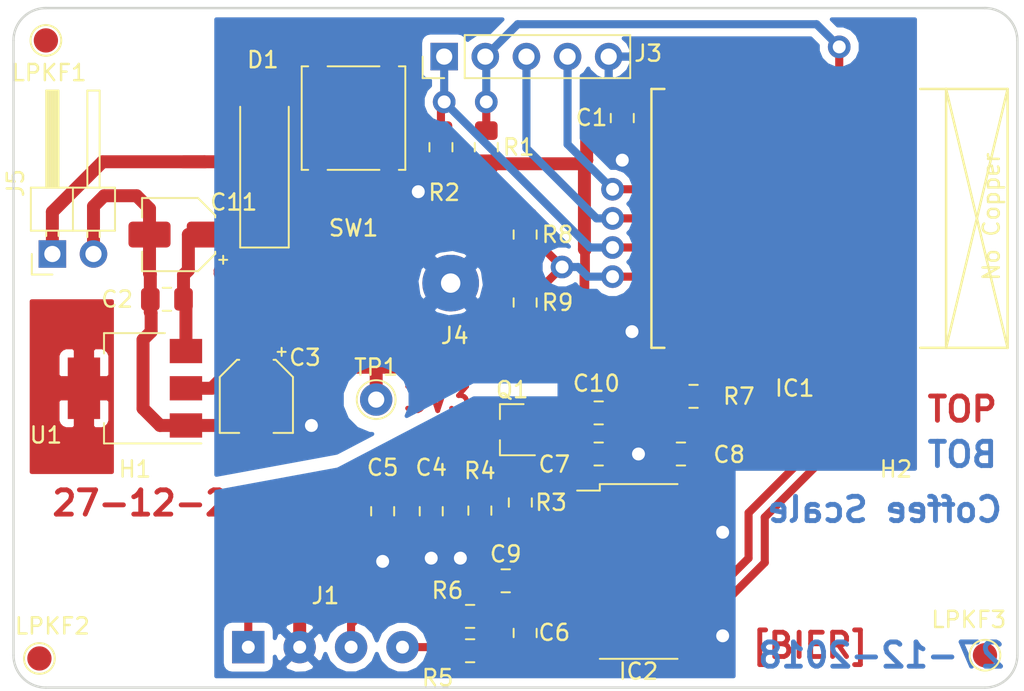
<source format=kicad_pcb>
(kicad_pcb (version 20171130) (host pcbnew 5.0.2)

  (general
    (thickness 1.6)
    (drawings 24)
    (tracks 236)
    (zones 0)
    (modules 36)
    (nets 29)
  )

  (page A4)
  (layers
    (0 F.Cu signal)
    (31 B.Cu signal)
    (32 B.Adhes user)
    (33 F.Adhes user)
    (34 B.Paste user)
    (35 F.Paste user)
    (36 B.SilkS user)
    (37 F.SilkS user)
    (38 B.Mask user)
    (39 F.Mask user)
    (40 Dwgs.User user hide)
    (41 Cmts.User user hide)
    (42 Eco1.User user hide)
    (43 Eco2.User user hide)
    (44 Edge.Cuts user)
    (45 Margin user hide)
    (46 B.CrtYd user hide)
    (47 F.CrtYd user hide)
    (48 B.Fab user hide)
    (49 F.Fab user hide)
  )

  (setup
    (last_trace_width 0.4)
    (trace_clearance 0.2)
    (zone_clearance 0.5)
    (zone_45_only yes)
    (trace_min 0.4)
    (segment_width 0.2)
    (edge_width 0.15)
    (via_size 1.2)
    (via_drill 0.8)
    (via_min_size 1.2)
    (via_min_drill 0.8)
    (uvia_size 0.3)
    (uvia_drill 0.1)
    (uvias_allowed no)
    (uvia_min_size 0.2)
    (uvia_min_drill 0.1)
    (pcb_text_width 0.3)
    (pcb_text_size 1.5 1.5)
    (mod_edge_width 0.15)
    (mod_text_size 1 1)
    (mod_text_width 0.15)
    (pad_size 3.50012 3.50012)
    (pad_drill 1.19888)
    (pad_to_mask_clearance 0.2)
    (solder_mask_min_width 0.25)
    (aux_axis_origin 73.5 97)
    (grid_origin 78.5 147)
    (visible_elements 7FFFFFFF)
    (pcbplotparams
      (layerselection 0x3d120_ffffffff)
      (usegerberextensions false)
      (usegerberattributes false)
      (usegerberadvancedattributes false)
      (creategerberjobfile false)
      (excludeedgelayer true)
      (linewidth 0.100000)
      (plotframeref false)
      (viasonmask false)
      (mode 1)
      (useauxorigin false)
      (hpglpennumber 1)
      (hpglpenspeed 20)
      (hpglpendiameter 15.000000)
      (psnegative false)
      (psa4output false)
      (plotreference true)
      (plotvalue true)
      (plotinvisibletext false)
      (padsonsilk false)
      (subtractmaskfromsilk false)
      (outputformat 4)
      (mirror false)
      (drillshape 0)
      (scaleselection 1)
      (outputdirectory "export/"))
  )

  (net 0 "")
  (net 1 "Net-(IC1-Pad1)")
  (net 2 "Net-(IC1-Pad2)")
  (net 3 "Net-(IC1-Pad4)")
  (net 4 +3V3)
  (net 5 GND)
  (net 6 +5V)
  (net 7 ~Bootloader)
  (net 8 ESP_ENABLE)
  (net 9 TXD0)
  (net 10 "Net-(IC2-Pad2)")
  (net 11 "Net-(IC2-Pad4)")
  (net 12 "Net-(IC2-Pad13)")
  (net 13 "Net-(C4-Pad1)")
  (net 14 "Net-(C6-Pad1)")
  (net 15 "Net-(C6-Pad2)")
  (net 16 HX711_SCK)
  (net 17 HX711_DOUT)
  (net 18 "Net-(IC1-Pad5)")
  (net 19 "Net-(C9-Pad2)")
  (net 20 "Net-(J1-Pad4)")
  (net 21 "Net-(J1-Pad3)")
  (net 22 "Net-(R8-Pad2)")
  (net 23 Button)
  (net 24 RXD0)
  (net 25 "Net-(IC1-Pad6)")
  (net 26 "Net-(IC1-Pad7)")
  (net 27 /GPIO15)
  (net 28 /5V_IN)

  (net_class Default "Dies ist die voreingestellte Netzklasse."
    (clearance 0.2)
    (trace_width 0.4)
    (via_dia 1.2)
    (via_drill 0.8)
    (uvia_dia 0.3)
    (uvia_drill 0.1)
    (diff_pair_gap 0.25)
    (diff_pair_width 0.4)
  )

  (net_class Power ""
    (clearance 0.4)
    (trace_width 0.8)
    (via_dia 1.4)
    (via_drill 0.8)
    (uvia_dia 0.3)
    (uvia_drill 0.1)
    (diff_pair_gap 0.25)
    (diff_pair_width 0.4)
    (add_net +3V3)
    (add_net +5V)
    (add_net /5V_IN)
    (add_net GND)
  )

  (net_class Signal ""
    (clearance 0.4)
    (trace_width 0.5)
    (via_dia 1.4)
    (via_drill 0.8)
    (uvia_dia 0.3)
    (uvia_drill 0.1)
    (diff_pair_gap 0.25)
    (diff_pair_width 0.4)
    (add_net /GPIO15)
    (add_net Button)
    (add_net ESP_ENABLE)
    (add_net HX711_DOUT)
    (add_net HX711_SCK)
    (add_net "Net-(C4-Pad1)")
    (add_net "Net-(C6-Pad1)")
    (add_net "Net-(C6-Pad2)")
    (add_net "Net-(C9-Pad2)")
    (add_net "Net-(IC1-Pad1)")
    (add_net "Net-(IC1-Pad2)")
    (add_net "Net-(IC1-Pad4)")
    (add_net "Net-(IC1-Pad5)")
    (add_net "Net-(IC1-Pad6)")
    (add_net "Net-(IC1-Pad7)")
    (add_net "Net-(IC2-Pad13)")
    (add_net "Net-(IC2-Pad2)")
    (add_net "Net-(IC2-Pad4)")
    (add_net "Net-(J1-Pad3)")
    (add_net "Net-(J1-Pad4)")
    (add_net "Net-(R8-Pad2)")
    (add_net RXD0)
    (add_net TXD0)
    (add_net ~Bootloader)
  )

  (module Connector_PinHeader_2.54mm:PinHeader_1x02_P2.54mm_Horizontal (layer F.Cu) (tedit 59FED5CB) (tstamp 5C3D0CFD)
    (at 80.9 120.2 90)
    (descr "Through hole angled pin header, 1x02, 2.54mm pitch, 6mm pin length, single row")
    (tags "Through hole angled pin header THT 1x02 2.54mm single row")
    (path /5C394552)
    (fp_text reference J5 (at 4.385 -2.27 90) (layer F.SilkS)
      (effects (font (size 1 1) (thickness 0.15)))
    )
    (fp_text value Conn_01x02 (at 4.385 4.81 90) (layer F.Fab)
      (effects (font (size 1 1) (thickness 0.15)))
    )
    (fp_line (start 2.135 -1.27) (end 4.04 -1.27) (layer F.Fab) (width 0.1))
    (fp_line (start 4.04 -1.27) (end 4.04 3.81) (layer F.Fab) (width 0.1))
    (fp_line (start 4.04 3.81) (end 1.5 3.81) (layer F.Fab) (width 0.1))
    (fp_line (start 1.5 3.81) (end 1.5 -0.635) (layer F.Fab) (width 0.1))
    (fp_line (start 1.5 -0.635) (end 2.135 -1.27) (layer F.Fab) (width 0.1))
    (fp_line (start -0.32 -0.32) (end 1.5 -0.32) (layer F.Fab) (width 0.1))
    (fp_line (start -0.32 -0.32) (end -0.32 0.32) (layer F.Fab) (width 0.1))
    (fp_line (start -0.32 0.32) (end 1.5 0.32) (layer F.Fab) (width 0.1))
    (fp_line (start 4.04 -0.32) (end 10.04 -0.32) (layer F.Fab) (width 0.1))
    (fp_line (start 10.04 -0.32) (end 10.04 0.32) (layer F.Fab) (width 0.1))
    (fp_line (start 4.04 0.32) (end 10.04 0.32) (layer F.Fab) (width 0.1))
    (fp_line (start -0.32 2.22) (end 1.5 2.22) (layer F.Fab) (width 0.1))
    (fp_line (start -0.32 2.22) (end -0.32 2.86) (layer F.Fab) (width 0.1))
    (fp_line (start -0.32 2.86) (end 1.5 2.86) (layer F.Fab) (width 0.1))
    (fp_line (start 4.04 2.22) (end 10.04 2.22) (layer F.Fab) (width 0.1))
    (fp_line (start 10.04 2.22) (end 10.04 2.86) (layer F.Fab) (width 0.1))
    (fp_line (start 4.04 2.86) (end 10.04 2.86) (layer F.Fab) (width 0.1))
    (fp_line (start 1.44 -1.33) (end 1.44 3.87) (layer F.SilkS) (width 0.12))
    (fp_line (start 1.44 3.87) (end 4.1 3.87) (layer F.SilkS) (width 0.12))
    (fp_line (start 4.1 3.87) (end 4.1 -1.33) (layer F.SilkS) (width 0.12))
    (fp_line (start 4.1 -1.33) (end 1.44 -1.33) (layer F.SilkS) (width 0.12))
    (fp_line (start 4.1 -0.38) (end 10.1 -0.38) (layer F.SilkS) (width 0.12))
    (fp_line (start 10.1 -0.38) (end 10.1 0.38) (layer F.SilkS) (width 0.12))
    (fp_line (start 10.1 0.38) (end 4.1 0.38) (layer F.SilkS) (width 0.12))
    (fp_line (start 4.1 -0.32) (end 10.1 -0.32) (layer F.SilkS) (width 0.12))
    (fp_line (start 4.1 -0.2) (end 10.1 -0.2) (layer F.SilkS) (width 0.12))
    (fp_line (start 4.1 -0.08) (end 10.1 -0.08) (layer F.SilkS) (width 0.12))
    (fp_line (start 4.1 0.04) (end 10.1 0.04) (layer F.SilkS) (width 0.12))
    (fp_line (start 4.1 0.16) (end 10.1 0.16) (layer F.SilkS) (width 0.12))
    (fp_line (start 4.1 0.28) (end 10.1 0.28) (layer F.SilkS) (width 0.12))
    (fp_line (start 1.11 -0.38) (end 1.44 -0.38) (layer F.SilkS) (width 0.12))
    (fp_line (start 1.11 0.38) (end 1.44 0.38) (layer F.SilkS) (width 0.12))
    (fp_line (start 1.44 1.27) (end 4.1 1.27) (layer F.SilkS) (width 0.12))
    (fp_line (start 4.1 2.16) (end 10.1 2.16) (layer F.SilkS) (width 0.12))
    (fp_line (start 10.1 2.16) (end 10.1 2.92) (layer F.SilkS) (width 0.12))
    (fp_line (start 10.1 2.92) (end 4.1 2.92) (layer F.SilkS) (width 0.12))
    (fp_line (start 1.042929 2.16) (end 1.44 2.16) (layer F.SilkS) (width 0.12))
    (fp_line (start 1.042929 2.92) (end 1.44 2.92) (layer F.SilkS) (width 0.12))
    (fp_line (start -1.27 0) (end -1.27 -1.27) (layer F.SilkS) (width 0.12))
    (fp_line (start -1.27 -1.27) (end 0 -1.27) (layer F.SilkS) (width 0.12))
    (fp_line (start -1.8 -1.8) (end -1.8 4.35) (layer F.CrtYd) (width 0.05))
    (fp_line (start -1.8 4.35) (end 10.55 4.35) (layer F.CrtYd) (width 0.05))
    (fp_line (start 10.55 4.35) (end 10.55 -1.8) (layer F.CrtYd) (width 0.05))
    (fp_line (start 10.55 -1.8) (end -1.8 -1.8) (layer F.CrtYd) (width 0.05))
    (fp_text user %R (at 2.77 1.27 180) (layer F.Fab)
      (effects (font (size 1 1) (thickness 0.15)))
    )
    (pad 1 thru_hole rect (at 0 0 90) (size 1.7 1.7) (drill 1) (layers *.Cu *.Mask)
      (net 28 /5V_IN))
    (pad 2 thru_hole oval (at 0 2.54 90) (size 1.7 1.7) (drill 1) (layers *.Cu *.Mask)
      (net 5 GND))
    (model ${KISYS3DMOD}/Connector_PinHeader_2.54mm.3dshapes/PinHeader_1x02_P2.54mm_Horizontal.wrl
      (at (xyz 0 0 0))
      (scale (xyz 1 1 1))
      (rotate (xyz 0 0 0))
    )
  )

  (module Library:ESP-07_smd (layer F.Cu) (tedit 5C254EFF) (tstamp 5C319760)
    (at 133.5 111 270)
    (descr "Module, ESP-8266, ESP-07v2, 16 pad, SMD")
    (tags "Module ESP-8266 ESP8266")
    (path /5BB4BCE5)
    (solder_paste_ratio -0.1)
    (attr smd)
    (fp_text reference IC1 (at 17.5 6.75) (layer F.SilkS)
      (effects (font (size 1 1) (thickness 0.15)))
    )
    (fp_text value esp8266-07 (at 6.75 6) (layer F.Fab)
      (effects (font (size 1 1) (thickness 0.15)))
    )
    (fp_line (start -1 -6.4) (end 15 -6.4) (layer F.Fab) (width 0.05))
    (fp_line (start -1.008 15.6) (end -1.008 -6.4) (layer F.Fab) (width 0.05))
    (fp_line (start 15 15.6) (end -1 15.6) (layer F.Fab) (width 0.05))
    (fp_line (start 15 -6.4) (end 15 15.6) (layer F.Fab) (width 0.05))
    (fp_line (start -1.008 -2.6) (end 14.992 -2.6) (layer F.SilkS) (width 0.1524))
    (fp_text user "No Copper" (at 6.892 -5.4 270) (layer F.SilkS)
      (effects (font (size 1 1) (thickness 0.15)))
    )
    (fp_line (start -1 -6.4) (end 15 -2.6) (layer F.SilkS) (width 0.1524))
    (fp_line (start 15 -6.4) (end -1 -2.6) (layer F.SilkS) (width 0.1524))
    (fp_line (start 15 15.6) (end 15 14.8) (layer F.SilkS) (width 0.1524))
    (fp_line (start -1 15.6) (end 15 15.6) (layer F.SilkS) (width 0.1524))
    (fp_line (start -1 14.8) (end -1 15.6) (layer F.SilkS) (width 0.1524))
    (fp_line (start -1 -6.4) (end -1 -1) (layer F.SilkS) (width 0.1524))
    (fp_line (start 15 -6.4) (end 15 -1) (layer F.SilkS) (width 0.1524))
    (fp_line (start -1 -6.4) (end 15 -6.4) (layer F.SilkS) (width 0.1524))
    (fp_line (start -2.25 16) (end -2.25 -0.5) (layer F.CrtYd) (width 0.05))
    (fp_line (start 16.25 16) (end -2.25 16) (layer F.CrtYd) (width 0.05))
    (fp_line (start 16.25 -6.65) (end 16.25 16) (layer F.CrtYd) (width 0.05))
    (fp_line (start -2.25 -6.65) (end 16.25 -6.65) (layer F.CrtYd) (width 0.05))
    (fp_line (start -2.25 -0.5) (end -2.25 -6.65) (layer F.CrtYd) (width 0.05))
    (pad 16 smd oval (at 14 0 270) (size 2.5 1.1) (drill (offset 0.7 0)) (layers F.Cu F.Paste F.Mask)
      (net 9 TXD0))
    (pad 15 smd oval (at 14 2 270) (size 2.5 1.1) (drill (offset 0.7 0)) (layers F.Cu F.Paste F.Mask)
      (net 24 RXD0))
    (pad 14 smd oval (at 14 4 270) (size 2.5 1.1) (drill (offset 0.7 0)) (layers F.Cu F.Paste F.Mask)
      (net 16 HX711_SCK))
    (pad 13 smd oval (at 14 6 270) (size 2.5 1.1) (drill (offset 0.7 0)) (layers F.Cu F.Paste F.Mask)
      (net 17 HX711_DOUT))
    (pad 12 smd oval (at 14 8 270) (size 2.5 1.1) (drill (offset 0.7 0)) (layers F.Cu F.Paste F.Mask)
      (net 7 ~Bootloader))
    (pad 11 smd oval (at 14 10 270) (size 2.5 1.1) (drill (offset 0.7 0)) (layers F.Cu F.Paste F.Mask)
      (net 23 Button))
    (pad 10 smd oval (at 14 12 270) (size 2.5 1.1) (drill (offset 0.6 0)) (layers F.Cu F.Paste F.Mask)
      (net 27 /GPIO15))
    (pad 9 smd oval (at 14 14 270) (size 2.5 1.1) (drill (offset 0.7 0)) (layers F.Cu F.Paste F.Mask)
      (net 5 GND))
    (pad 8 smd oval (at 0 14 270) (size 2.5 1.1) (drill (offset -0.7 0)) (layers F.Cu F.Paste F.Mask)
      (net 4 +3V3))
    (pad 7 smd oval (at 0 12 270) (size 2.5 1.1) (drill (offset -0.7 0)) (layers F.Cu F.Paste F.Mask)
      (net 26 "Net-(IC1-Pad7)"))
    (pad 6 smd oval (at 0 10 270) (size 2.5 1.1) (drill (offset -0.7 0)) (layers F.Cu F.Paste F.Mask)
      (net 25 "Net-(IC1-Pad6)"))
    (pad 5 smd oval (at 0 8 270) (size 2.5 1.1) (drill (offset -0.7 0)) (layers F.Cu F.Paste F.Mask)
      (net 18 "Net-(IC1-Pad5)"))
    (pad 4 smd oval (at 0 6 270) (size 2.5 1.1) (drill (offset -0.7 0)) (layers F.Cu F.Paste F.Mask)
      (net 3 "Net-(IC1-Pad4)"))
    (pad 3 smd oval (at 0 4 270) (size 2.5 1.1) (drill (offset -0.7 0)) (layers F.Cu F.Paste F.Mask)
      (net 8 ESP_ENABLE))
    (pad 2 smd oval (at 0 2 270) (size 2.5 1.1) (drill (offset -0.7 0)) (layers F.Cu F.Paste F.Mask)
      (net 2 "Net-(IC1-Pad2)"))
    (pad 1 smd rect (at 0 0 270) (size 2.5 1.1) (drill (offset -0.7 0)) (layers F.Cu F.Paste F.Mask)
      (net 1 "Net-(IC1-Pad1)"))
    (model ${KIPRJMOD}/library/3d/ESP-07v2.wrl
      (at (xyz 0 0 0))
      (scale (xyz 0.3937 0.3937 0.3937))
      (rotate (xyz 0 0 0))
    )
  )

  (module TestPoint:TestPoint_THTPad_D2.0mm_Drill1.0mm (layer F.Cu) (tedit 5C2E7A60) (tstamp 5C3271D8)
    (at 100.9 129.2)
    (descr "THT pad as test Point, diameter 2.0mm, hole diameter 1.0mm")
    (tags "test point THT pad")
    (path /5C25A4E2)
    (attr virtual)
    (fp_text reference TP1 (at 0 -1.998) (layer F.SilkS)
      (effects (font (size 1 1) (thickness 0.15)))
    )
    (fp_text value TestPoint (at 0 2.05) (layer F.Fab)
      (effects (font (size 1 1) (thickness 0.15)))
    )
    (fp_text user %R (at 0 -2) (layer F.Fab)
      (effects (font (size 1 1) (thickness 0.15)))
    )
    (fp_circle (center 0 0) (end 1.5 0) (layer F.CrtYd) (width 0.05))
    (fp_circle (center 0 0) (end 0 1.2) (layer F.SilkS) (width 0.12))
    (pad 1 thru_hole circle (at 0 0) (size 2 2) (drill 1) (layers *.Cu *.Mask)
      (net 4 +3V3) (clearance 1))
  )

  (module Capacitor_SMD:CP_Elec_4x5.4 (layer F.Cu) (tedit 5BCA39CF) (tstamp 5C31B736)
    (at 93.5 129 270)
    (descr "SMD capacitor, aluminum electrolytic, Panasonic A5 / Nichicon, 4.0x5.4mm")
    (tags "capacitor electrolytic")
    (path /5BB505FC)
    (attr smd)
    (fp_text reference C3 (at -2.4 -3) (layer F.SilkS)
      (effects (font (size 1 1) (thickness 0.15)))
    )
    (fp_text value 2u2 (at 0 3.2 270) (layer F.Fab)
      (effects (font (size 1 1) (thickness 0.15)))
    )
    (fp_text user %R (at 0 0 270) (layer F.Fab)
      (effects (font (size 0.8 0.8) (thickness 0.12)))
    )
    (fp_line (start -3.35 1.05) (end -2.4 1.05) (layer F.CrtYd) (width 0.05))
    (fp_line (start -3.35 -1.05) (end -3.35 1.05) (layer F.CrtYd) (width 0.05))
    (fp_line (start -2.4 -1.05) (end -3.35 -1.05) (layer F.CrtYd) (width 0.05))
    (fp_line (start -2.4 1.05) (end -2.4 1.25) (layer F.CrtYd) (width 0.05))
    (fp_line (start -2.4 -1.25) (end -2.4 -1.05) (layer F.CrtYd) (width 0.05))
    (fp_line (start -2.4 -1.25) (end -1.25 -2.4) (layer F.CrtYd) (width 0.05))
    (fp_line (start -2.4 1.25) (end -1.25 2.4) (layer F.CrtYd) (width 0.05))
    (fp_line (start -1.25 -2.4) (end 2.4 -2.4) (layer F.CrtYd) (width 0.05))
    (fp_line (start -1.25 2.4) (end 2.4 2.4) (layer F.CrtYd) (width 0.05))
    (fp_line (start 2.4 1.05) (end 2.4 2.4) (layer F.CrtYd) (width 0.05))
    (fp_line (start 3.35 1.05) (end 2.4 1.05) (layer F.CrtYd) (width 0.05))
    (fp_line (start 3.35 -1.05) (end 3.35 1.05) (layer F.CrtYd) (width 0.05))
    (fp_line (start 2.4 -1.05) (end 3.35 -1.05) (layer F.CrtYd) (width 0.05))
    (fp_line (start 2.4 -2.4) (end 2.4 -1.05) (layer F.CrtYd) (width 0.05))
    (fp_line (start -2.75 -1.81) (end -2.75 -1.31) (layer F.SilkS) (width 0.12))
    (fp_line (start -3 -1.56) (end -2.5 -1.56) (layer F.SilkS) (width 0.12))
    (fp_line (start -2.26 1.195563) (end -1.195563 2.26) (layer F.SilkS) (width 0.12))
    (fp_line (start -2.26 -1.195563) (end -1.195563 -2.26) (layer F.SilkS) (width 0.12))
    (fp_line (start -2.26 -1.195563) (end -2.26 -1.06) (layer F.SilkS) (width 0.12))
    (fp_line (start -2.26 1.195563) (end -2.26 1.06) (layer F.SilkS) (width 0.12))
    (fp_line (start -1.195563 2.26) (end 2.26 2.26) (layer F.SilkS) (width 0.12))
    (fp_line (start -1.195563 -2.26) (end 2.26 -2.26) (layer F.SilkS) (width 0.12))
    (fp_line (start 2.26 -2.26) (end 2.26 -1.06) (layer F.SilkS) (width 0.12))
    (fp_line (start 2.26 2.26) (end 2.26 1.06) (layer F.SilkS) (width 0.12))
    (fp_line (start -1.374773 -1.2) (end -1.374773 -0.8) (layer F.Fab) (width 0.1))
    (fp_line (start -1.574773 -1) (end -1.174773 -1) (layer F.Fab) (width 0.1))
    (fp_line (start -2.15 1.15) (end -1.15 2.15) (layer F.Fab) (width 0.1))
    (fp_line (start -2.15 -1.15) (end -1.15 -2.15) (layer F.Fab) (width 0.1))
    (fp_line (start -2.15 -1.15) (end -2.15 1.15) (layer F.Fab) (width 0.1))
    (fp_line (start -1.15 2.15) (end 2.15 2.15) (layer F.Fab) (width 0.1))
    (fp_line (start -1.15 -2.15) (end 2.15 -2.15) (layer F.Fab) (width 0.1))
    (fp_line (start 2.15 -2.15) (end 2.15 2.15) (layer F.Fab) (width 0.1))
    (fp_circle (center 0 0) (end 2 0) (layer F.Fab) (width 0.1))
    (pad 2 smd roundrect (at 1.8 0 270) (size 2.6 1.6) (layers F.Cu F.Paste F.Mask) (roundrect_rratio 0.15625)
      (net 5 GND))
    (pad 1 smd roundrect (at -1.8 0 270) (size 2.6 1.6) (layers F.Cu F.Paste F.Mask) (roundrect_rratio 0.15625)
      (net 4 +3V3))
    (model ${KISYS3DMOD}/Capacitor_SMD.3dshapes/CP_Elec_4x5.4.wrl
      (at (xyz 0 0 0))
      (scale (xyz 1 1 1))
      (rotate (xyz 0 0 0))
    )
  )

  (module Capacitor_SMD:CP_Elec_4x5.4 (layer F.Cu) (tedit 5BCA39CF) (tstamp 5C31B70F)
    (at 88.7 119 180)
    (descr "SMD capacitor, aluminum electrolytic, Panasonic A5 / Nichicon, 4.0x5.4mm")
    (tags "capacitor electrolytic")
    (path /5C325421)
    (attr smd)
    (fp_text reference C11 (at -3.4 2 180) (layer F.SilkS)
      (effects (font (size 1 1) (thickness 0.15)))
    )
    (fp_text value 2u2 (at 0 3.2 180) (layer F.Fab)
      (effects (font (size 1 1) (thickness 0.15)))
    )
    (fp_circle (center 0 0) (end 2 0) (layer F.Fab) (width 0.1))
    (fp_line (start 2.15 -2.15) (end 2.15 2.15) (layer F.Fab) (width 0.1))
    (fp_line (start -1.15 -2.15) (end 2.15 -2.15) (layer F.Fab) (width 0.1))
    (fp_line (start -1.15 2.15) (end 2.15 2.15) (layer F.Fab) (width 0.1))
    (fp_line (start -2.15 -1.15) (end -2.15 1.15) (layer F.Fab) (width 0.1))
    (fp_line (start -2.15 -1.15) (end -1.15 -2.15) (layer F.Fab) (width 0.1))
    (fp_line (start -2.15 1.15) (end -1.15 2.15) (layer F.Fab) (width 0.1))
    (fp_line (start -1.574773 -1) (end -1.174773 -1) (layer F.Fab) (width 0.1))
    (fp_line (start -1.374773 -1.2) (end -1.374773 -0.8) (layer F.Fab) (width 0.1))
    (fp_line (start 2.26 2.26) (end 2.26 1.06) (layer F.SilkS) (width 0.12))
    (fp_line (start 2.26 -2.26) (end 2.26 -1.06) (layer F.SilkS) (width 0.12))
    (fp_line (start -1.195563 -2.26) (end 2.26 -2.26) (layer F.SilkS) (width 0.12))
    (fp_line (start -1.195563 2.26) (end 2.26 2.26) (layer F.SilkS) (width 0.12))
    (fp_line (start -2.26 1.195563) (end -2.26 1.06) (layer F.SilkS) (width 0.12))
    (fp_line (start -2.26 -1.195563) (end -2.26 -1.06) (layer F.SilkS) (width 0.12))
    (fp_line (start -2.26 -1.195563) (end -1.195563 -2.26) (layer F.SilkS) (width 0.12))
    (fp_line (start -2.26 1.195563) (end -1.195563 2.26) (layer F.SilkS) (width 0.12))
    (fp_line (start -3 -1.56) (end -2.5 -1.56) (layer F.SilkS) (width 0.12))
    (fp_line (start -2.75 -1.81) (end -2.75 -1.31) (layer F.SilkS) (width 0.12))
    (fp_line (start 2.4 -2.4) (end 2.4 -1.05) (layer F.CrtYd) (width 0.05))
    (fp_line (start 2.4 -1.05) (end 3.35 -1.05) (layer F.CrtYd) (width 0.05))
    (fp_line (start 3.35 -1.05) (end 3.35 1.05) (layer F.CrtYd) (width 0.05))
    (fp_line (start 3.35 1.05) (end 2.4 1.05) (layer F.CrtYd) (width 0.05))
    (fp_line (start 2.4 1.05) (end 2.4 2.4) (layer F.CrtYd) (width 0.05))
    (fp_line (start -1.25 2.4) (end 2.4 2.4) (layer F.CrtYd) (width 0.05))
    (fp_line (start -1.25 -2.4) (end 2.4 -2.4) (layer F.CrtYd) (width 0.05))
    (fp_line (start -2.4 1.25) (end -1.25 2.4) (layer F.CrtYd) (width 0.05))
    (fp_line (start -2.4 -1.25) (end -1.25 -2.4) (layer F.CrtYd) (width 0.05))
    (fp_line (start -2.4 -1.25) (end -2.4 -1.05) (layer F.CrtYd) (width 0.05))
    (fp_line (start -2.4 1.05) (end -2.4 1.25) (layer F.CrtYd) (width 0.05))
    (fp_line (start -2.4 -1.05) (end -3.35 -1.05) (layer F.CrtYd) (width 0.05))
    (fp_line (start -3.35 -1.05) (end -3.35 1.05) (layer F.CrtYd) (width 0.05))
    (fp_line (start -3.35 1.05) (end -2.4 1.05) (layer F.CrtYd) (width 0.05))
    (fp_text user %R (at 0 0 180) (layer F.Fab)
      (effects (font (size 0.8 0.8) (thickness 0.12)))
    )
    (pad 1 smd roundrect (at -1.8 0 180) (size 2.6 1.6) (layers F.Cu F.Paste F.Mask) (roundrect_rratio 0.15625)
      (net 6 +5V))
    (pad 2 smd roundrect (at 1.8 0 180) (size 2.6 1.6) (layers F.Cu F.Paste F.Mask) (roundrect_rratio 0.15625)
      (net 5 GND))
    (model ${KISYS3DMOD}/Capacitor_SMD.3dshapes/CP_Elec_4x5.4.wrl
      (at (xyz 0 0 0))
      (scale (xyz 1 1 1))
      (rotate (xyz 0 0 0))
    )
  )

  (module Diode_SMD:D_MELF_Handsoldering (layer F.Cu) (tedit 5905D89D) (tstamp 5C319A6E)
    (at 94 114.5 90)
    (descr "Diode MELF Handsoldering")
    (tags "Diode MELF Handsoldering")
    (path /5C31167C)
    (attr smd)
    (fp_text reference D1 (at 6.3 -0.1) (layer F.SilkS)
      (effects (font (size 1 1) (thickness 0.15)))
    )
    (fp_text value 1N4001 (at 0 2.25 90) (layer F.Fab)
      (effects (font (size 1 1) (thickness 0.15)))
    )
    (fp_text user %R (at 0 -2.25 90) (layer F.Fab)
      (effects (font (size 1 1) (thickness 0.15)))
    )
    (fp_line (start 3.4 -1.5) (end -5.3 -1.5) (layer F.SilkS) (width 0.12))
    (fp_line (start -5.3 -1.5) (end -5.3 1.5) (layer F.SilkS) (width 0.12))
    (fp_line (start -5.3 1.5) (end 3.4 1.5) (layer F.SilkS) (width 0.12))
    (fp_line (start 2.6 -1.3) (end -2.6 -1.3) (layer F.Fab) (width 0.1))
    (fp_line (start -2.6 -1.3) (end -2.6 1.3) (layer F.Fab) (width 0.1))
    (fp_line (start -2.6 1.3) (end 2.6 1.3) (layer F.Fab) (width 0.1))
    (fp_line (start 2.6 1.3) (end 2.6 -1.3) (layer F.Fab) (width 0.1))
    (fp_line (start -0.64944 0.00102) (end -1.55114 0.00102) (layer F.Fab) (width 0.1))
    (fp_line (start 0.50118 0.00102) (end 1.4994 0.00102) (layer F.Fab) (width 0.1))
    (fp_line (start -0.64944 -0.79908) (end -0.64944 0.80112) (layer F.Fab) (width 0.1))
    (fp_line (start 0.50118 0.75032) (end 0.50118 -0.79908) (layer F.Fab) (width 0.1))
    (fp_line (start -0.64944 0.00102) (end 0.50118 0.75032) (layer F.Fab) (width 0.1))
    (fp_line (start -0.64944 0.00102) (end 0.50118 -0.79908) (layer F.Fab) (width 0.1))
    (fp_line (start -5.4 -1.6) (end 5.4 -1.6) (layer F.CrtYd) (width 0.05))
    (fp_line (start 5.4 -1.6) (end 5.4 1.6) (layer F.CrtYd) (width 0.05))
    (fp_line (start 5.4 1.6) (end -5.4 1.6) (layer F.CrtYd) (width 0.05))
    (fp_line (start -5.4 1.6) (end -5.4 -1.6) (layer F.CrtYd) (width 0.05))
    (pad 1 smd rect (at -3.4 0 90) (size 3.5 2.7) (layers F.Cu F.Paste F.Mask)
      (net 6 +5V))
    (pad 2 smd rect (at 3.4 0 90) (size 3.5 2.7) (layers F.Cu F.Paste F.Mask)
      (net 28 /5V_IN))
    (model ${KISYS3DMOD}/Diode_SMD.3dshapes/D_MELF.wrl
      (at (xyz 0 0 0))
      (scale (xyz 1 1 1))
      (rotate (xyz 0 0 0))
    )
  )

  (module MountingHole:MountingHole_5.5mm locked (layer F.Cu) (tedit 56D1B4CB) (tstamp 5C3182D0)
    (at 133 140)
    (descr "Mounting Hole 5.5mm, no annular")
    (tags "mounting hole 5.5mm no annular")
    (path /5C32E097)
    (attr virtual)
    (fp_text reference H2 (at 0 -6.5) (layer F.SilkS)
      (effects (font (size 1 1) (thickness 0.15)))
    )
    (fp_text value MountingHole (at 0 6.5) (layer F.Fab)
      (effects (font (size 1 1) (thickness 0.15)))
    )
    (fp_circle (center 0 0) (end 5.75 0) (layer F.CrtYd) (width 0.05))
    (fp_circle (center 0 0) (end 5.5 0) (layer Cmts.User) (width 0.15))
    (fp_text user %R (at 0.3 0) (layer F.Fab)
      (effects (font (size 1 1) (thickness 0.15)))
    )
    (pad 1 np_thru_hole circle (at 0 0) (size 5.5 5.5) (drill 5.5) (layers *.Cu *.Mask))
  )

  (module MountingHole:MountingHole_5.5mm locked (layer F.Cu) (tedit 56D1B4CB) (tstamp 5C3182C9)
    (at 86 140)
    (descr "Mounting Hole 5.5mm, no annular")
    (tags "mounting hole 5.5mm no annular")
    (path /5C32DF07)
    (attr virtual)
    (fp_text reference H1 (at 0 -6.5) (layer F.SilkS)
      (effects (font (size 1 1) (thickness 0.15)))
    )
    (fp_text value MountingHole (at 0 6.5) (layer F.Fab)
      (effects (font (size 1 1) (thickness 0.15)))
    )
    (fp_text user %R (at 0.3 0) (layer F.Fab)
      (effects (font (size 1 1) (thickness 0.15)))
    )
    (fp_circle (center 0 0) (end 5.5 0) (layer Cmts.User) (width 0.15))
    (fp_circle (center 0 0) (end 5.75 0) (layer F.CrtYd) (width 0.05))
    (pad 1 np_thru_hole circle (at 0 0) (size 5.5 5.5) (drill 5.5) (layers *.Cu *.Mask))
  )

  (module Resistor_SMD:R_0805_2012Metric_Pad1.15x1.40mm_HandSolder (layer F.Cu) (tedit 5B36C52B) (tstamp 5C3172BA)
    (at 110.1 119 90)
    (descr "Resistor SMD 0805 (2012 Metric), square (rectangular) end terminal, IPC_7351 nominal with elongated pad for handsoldering. (Body size source: https://docs.google.com/spreadsheets/d/1BsfQQcO9C6DZCsRaXUlFlo91Tg2WpOkGARC1WS5S8t0/edit?usp=sharing), generated with kicad-footprint-generator")
    (tags "resistor handsolder")
    (path /5C331595)
    (attr smd)
    (fp_text reference R8 (at 0 2 180) (layer F.SilkS)
      (effects (font (size 1 1) (thickness 0.15)))
    )
    (fp_text value 100 (at 0 1.65 90) (layer F.Fab)
      (effects (font (size 1 1) (thickness 0.15)))
    )
    (fp_text user %R (at 0 0 90) (layer F.Fab)
      (effects (font (size 0.5 0.5) (thickness 0.08)))
    )
    (fp_line (start 1.85 0.95) (end -1.85 0.95) (layer F.CrtYd) (width 0.05))
    (fp_line (start 1.85 -0.95) (end 1.85 0.95) (layer F.CrtYd) (width 0.05))
    (fp_line (start -1.85 -0.95) (end 1.85 -0.95) (layer F.CrtYd) (width 0.05))
    (fp_line (start -1.85 0.95) (end -1.85 -0.95) (layer F.CrtYd) (width 0.05))
    (fp_line (start -0.261252 0.71) (end 0.261252 0.71) (layer F.SilkS) (width 0.12))
    (fp_line (start -0.261252 -0.71) (end 0.261252 -0.71) (layer F.SilkS) (width 0.12))
    (fp_line (start 1 0.6) (end -1 0.6) (layer F.Fab) (width 0.1))
    (fp_line (start 1 -0.6) (end 1 0.6) (layer F.Fab) (width 0.1))
    (fp_line (start -1 -0.6) (end 1 -0.6) (layer F.Fab) (width 0.1))
    (fp_line (start -1 0.6) (end -1 -0.6) (layer F.Fab) (width 0.1))
    (pad 2 smd roundrect (at 1.025 0 90) (size 1.15 1.4) (layers F.Cu F.Paste F.Mask) (roundrect_rratio 0.217391)
      (net 22 "Net-(R8-Pad2)"))
    (pad 1 smd roundrect (at -1.025 0 90) (size 1.15 1.4) (layers F.Cu F.Paste F.Mask) (roundrect_rratio 0.217391)
      (net 23 Button))
    (model ${KISYS3DMOD}/Resistor_SMD.3dshapes/R_0805_2012Metric.wrl
      (at (xyz 0 0 0))
      (scale (xyz 1 1 1))
      (rotate (xyz 0 0 0))
    )
  )

  (module Resistor_SMD:R_0805_2012Metric_Pad1.15x1.40mm_HandSolder (layer F.Cu) (tedit 5B36C52B) (tstamp 5C317971)
    (at 110.1 123.2 90)
    (descr "Resistor SMD 0805 (2012 Metric), square (rectangular) end terminal, IPC_7351 nominal with elongated pad for handsoldering. (Body size source: https://docs.google.com/spreadsheets/d/1BsfQQcO9C6DZCsRaXUlFlo91Tg2WpOkGARC1WS5S8t0/edit?usp=sharing), generated with kicad-footprint-generator")
    (tags "resistor handsolder")
    (path /5C290370)
    (attr smd)
    (fp_text reference R9 (at 0 2 180) (layer F.SilkS)
      (effects (font (size 1 1) (thickness 0.15)))
    )
    (fp_text value 10K (at 0 1.65 90) (layer F.Fab)
      (effects (font (size 1 1) (thickness 0.15)))
    )
    (fp_line (start -1 0.6) (end -1 -0.6) (layer F.Fab) (width 0.1))
    (fp_line (start -1 -0.6) (end 1 -0.6) (layer F.Fab) (width 0.1))
    (fp_line (start 1 -0.6) (end 1 0.6) (layer F.Fab) (width 0.1))
    (fp_line (start 1 0.6) (end -1 0.6) (layer F.Fab) (width 0.1))
    (fp_line (start -0.261252 -0.71) (end 0.261252 -0.71) (layer F.SilkS) (width 0.12))
    (fp_line (start -0.261252 0.71) (end 0.261252 0.71) (layer F.SilkS) (width 0.12))
    (fp_line (start -1.85 0.95) (end -1.85 -0.95) (layer F.CrtYd) (width 0.05))
    (fp_line (start -1.85 -0.95) (end 1.85 -0.95) (layer F.CrtYd) (width 0.05))
    (fp_line (start 1.85 -0.95) (end 1.85 0.95) (layer F.CrtYd) (width 0.05))
    (fp_line (start 1.85 0.95) (end -1.85 0.95) (layer F.CrtYd) (width 0.05))
    (fp_text user %R (at 0 0 90) (layer F.Fab)
      (effects (font (size 0.5 0.5) (thickness 0.08)))
    )
    (pad 1 smd roundrect (at -1.025 0 90) (size 1.15 1.4) (layers F.Cu F.Paste F.Mask) (roundrect_rratio 0.217391)
      (net 4 +3V3))
    (pad 2 smd roundrect (at 1.025 0 90) (size 1.15 1.4) (layers F.Cu F.Paste F.Mask) (roundrect_rratio 0.217391)
      (net 23 Button))
    (model ${KISYS3DMOD}/Resistor_SMD.3dshapes/R_0805_2012Metric.wrl
      (at (xyz 0 0 0))
      (scale (xyz 1 1 1))
      (rotate (xyz 0 0 0))
    )
  )

  (module Connector_Wire:SolderWirePad_1x04_P3.175mm_Drill0.8mm (layer F.Cu) (tedit 5AEE5FAE) (tstamp 5C39635F)
    (at 93 144.5)
    (descr "Wire solder connection")
    (tags connector)
    (path /5C37632A)
    (attr virtual)
    (fp_text reference J1 (at 4.7625 -3.175) (layer F.SilkS)
      (effects (font (size 1 1) (thickness 0.15)))
    )
    (fp_text value Conn_01x04 (at 4.7625 3.175) (layer F.Fab)
      (effects (font (size 1 1) (thickness 0.15)))
    )
    (fp_text user %R (at 4.7625 0) (layer F.Fab)
      (effects (font (size 1 1) (thickness 0.15)))
    )
    (fp_line (start -1.5 -1.5) (end 11.02 -1.5) (layer F.CrtYd) (width 0.05))
    (fp_line (start -1.5 -1.5) (end -1.5 1.5) (layer F.CrtYd) (width 0.05))
    (fp_line (start 11.02 1.5) (end 11.02 -1.5) (layer F.CrtYd) (width 0.05))
    (fp_line (start 11.02 1.5) (end -1.5 1.5) (layer F.CrtYd) (width 0.05))
    (pad 1 thru_hole rect (at 0 0) (size 1.99898 1.99898) (drill 0.8001) (layers *.Cu *.Mask)
      (net 13 "Net-(C4-Pad1)"))
    (pad 2 thru_hole circle (at 3.175 0) (size 1.99898 1.99898) (drill 0.8001) (layers *.Cu *.Mask)
      (net 5 GND))
    (pad 3 thru_hole circle (at 6.35 0) (size 1.99898 1.99898) (drill 0.8001) (layers *.Cu *.Mask)
      (net 21 "Net-(J1-Pad3)"))
    (pad 4 thru_hole circle (at 9.525 0) (size 1.99898 1.99898) (drill 0.8001) (layers *.Cu *.Mask)
      (net 20 "Net-(J1-Pad4)"))
  )

  (module Library:SW_SPST_JTP-1130 (layer F.Cu) (tedit 5C21162D) (tstamp 5BF126F5)
    (at 99.5 111.8 270)
    (descr https://www.e-switch.com/system/asset/product_line/data_sheet/213/TL3305.pdf)
    (tags "TL3305 Series Tact Switch")
    (path /5BD92707)
    (attr smd)
    (fp_text reference SW1 (at 6.8 0) (layer F.SilkS)
      (effects (font (size 1 1) (thickness 0.15)))
    )
    (fp_text value SW_Push_JTP-1130 (at 0 4.4 270) (layer F.Fab)
      (effects (font (size 1 1) (thickness 0.15)))
    )
    (fp_line (start -5.6 -3.4) (end 5.6 -3.4) (layer F.CrtYd) (width 0.05))
    (fp_line (start -5.6 3.4) (end -5.6 -3.4) (layer F.CrtYd) (width 0.05))
    (fp_line (start 5.6 3.4) (end -5.6 3.4) (layer F.CrtYd) (width 0.05))
    (fp_line (start 5.6 -3.4) (end 5.6 3.4) (layer F.CrtYd) (width 0.05))
    (fp_line (start -3.2 1.6) (end -3.2 -1.6) (layer F.SilkS) (width 0.12))
    (fp_line (start 3.2 1.6) (end 3.2 -1.6) (layer F.SilkS) (width 0.12))
    (fp_line (start 3.2 3.2) (end 3.2 2.8) (layer F.SilkS) (width 0.12))
    (fp_line (start -3.2 3.2) (end 3.2 3.2) (layer F.SilkS) (width 0.12))
    (fp_line (start -3.2 3.2) (end -3.2 2.8) (layer F.SilkS) (width 0.12))
    (fp_line (start 3.2 -3.2) (end 3.2 -2.8) (layer F.SilkS) (width 0.12))
    (fp_line (start -3.2 -3.2) (end -3.2 -2.8) (layer F.SilkS) (width 0.12))
    (fp_line (start -3.2 -3.2) (end 3.2 -3.2) (layer F.SilkS) (width 0.12))
    (fp_text user %R (at 0 0 270) (layer F.Fab)
      (effects (font (size 0.5 0.5) (thickness 0.075)))
    )
    (fp_line (start -3 -3) (end 3 -3) (layer F.Fab) (width 0.1))
    (fp_line (start 3 -3) (end 3 3) (layer F.Fab) (width 0.1))
    (fp_line (start 3 3) (end -3 3) (layer F.Fab) (width 0.1))
    (fp_line (start -3 3) (end -3 -3) (layer F.Fab) (width 0.1))
    (fp_circle (center 0 0) (end 2.4 0) (layer F.Fab) (width 0.1))
    (fp_line (start 3 -1.9) (end 4.5 -1.9) (layer F.Fab) (width 0.1))
    (fp_line (start 4.5 -1.9) (end 4.5 -2.6) (layer F.Fab) (width 0.1))
    (fp_line (start 4.5 -2.6) (end 3 -2.6) (layer F.Fab) (width 0.1))
    (fp_line (start 3 1.9) (end 4.5 1.9) (layer F.Fab) (width 0.1))
    (fp_line (start 4.5 1.9) (end 4.5 2.6) (layer F.Fab) (width 0.1))
    (fp_line (start 4.5 2.6) (end 3 2.6) (layer F.Fab) (width 0.1))
    (fp_line (start -3 -2.6) (end -4.5 -2.6) (layer F.Fab) (width 0.1))
    (fp_line (start -4.5 -2.6) (end -4.5 -1.9) (layer F.Fab) (width 0.1))
    (fp_line (start -4.5 -1.9) (end -3 -1.9) (layer F.Fab) (width 0.1))
    (fp_line (start -3 1.9) (end -4.5 1.9) (layer F.Fab) (width 0.1))
    (fp_line (start -4.5 1.9) (end -4.5 2.6) (layer F.Fab) (width 0.1))
    (fp_line (start -4.5 2.6) (end -3 2.6) (layer F.Fab) (width 0.1))
    (fp_line (start 3.75 -2.6) (end 3.75 -1.9) (layer F.Fab) (width 0.1))
    (fp_line (start 3.75 1.9) (end 3.75 2.6) (layer F.Fab) (width 0.1))
    (fp_line (start -3.75 -2.6) (end -3.75 -1.9) (layer F.Fab) (width 0.1))
    (fp_line (start -3.75 1.9) (end -3.75 2.6) (layer F.Fab) (width 0.1))
    (pad 1 smd rect (at -4.55 -2.25 270) (size 2.1 1.4) (layers F.Cu F.Paste F.Mask)
      (net 5 GND))
    (pad 2 smd rect (at -4.55 2.25 270) (size 2.1 1.4) (layers F.Cu F.Paste F.Mask)
      (net 22 "Net-(R8-Pad2)"))
    (pad 2 smd rect (at 4.55 2.25 270) (size 2.1 1.4) (layers F.Cu F.Paste F.Mask)
      (net 22 "Net-(R8-Pad2)"))
    (pad 1 smd rect (at 4.55 -2.25 270) (size 2.1 1.4) (layers F.Cu F.Paste F.Mask)
      (net 5 GND))
    (model ${KISYS3DMOD}/Button_Switch_SMD.3dshapes/SW_SPST_PTS645.wrl
      (at (xyz 0 0 0))
      (scale (xyz 1 1 1))
      (rotate (xyz 0 0 0))
    )
  )

  (module Library:LPKF_Passermarke_Pad_D1.5mm (layer F.Cu) (tedit 5BDDCA56) (tstamp 5C21A7C5)
    (at 138.5 145)
    (descr "SMD pad as test Point, diameter 1.5mm")
    (tags "test point SMD pad")
    (path /5C328D98)
    (attr virtual)
    (fp_text reference LPKF3 (at -1 -2.2) (layer F.SilkS)
      (effects (font (size 1 1) (thickness 0.15)))
    )
    (fp_text value LPKF_Passermarke (at 0 1.75) (layer F.Fab)
      (effects (font (size 1 1) (thickness 0.15)))
    )
    (fp_text user %R (at 0 -1.65) (layer F.Fab)
      (effects (font (size 1 1) (thickness 0.15)))
    )
    (fp_circle (center 0 0) (end 1.25 0) (layer F.CrtYd) (width 0.05))
    (fp_circle (center 0 0) (end 0 0.95) (layer F.SilkS) (width 0.12))
    (pad 1 smd circle (at 0 0) (size 1.5 1.5) (layers F.Cu F.Mask Eco1.User))
  )

  (module Library:LPKF_Passermarke_Pad_D1.5mm (layer F.Cu) (tedit 5BDDCA56) (tstamp 5C21A7BD)
    (at 80.1 145.2)
    (descr "SMD pad as test Point, diameter 1.5mm")
    (tags "test point SMD pad")
    (path /5C328D1C)
    (attr virtual)
    (fp_text reference LPKF2 (at 0.8 -2) (layer F.SilkS)
      (effects (font (size 1 1) (thickness 0.15)))
    )
    (fp_text value LPKF_Passermarke (at 0 1.75) (layer F.Fab)
      (effects (font (size 1 1) (thickness 0.15)))
    )
    (fp_circle (center 0 0) (end 0 0.95) (layer F.SilkS) (width 0.12))
    (fp_circle (center 0 0) (end 1.25 0) (layer F.CrtYd) (width 0.05))
    (fp_text user %R (at 0 -1.65) (layer F.Fab)
      (effects (font (size 1 1) (thickness 0.15)))
    )
    (pad 1 smd circle (at 0 0) (size 1.5 1.5) (layers F.Cu F.Mask Eco1.User))
  )

  (module Library:LPKF_Passermarke_Pad_D1.5mm (layer F.Cu) (tedit 5BDDCA56) (tstamp 5C21A7B5)
    (at 80.5 107)
    (descr "SMD pad as test Point, diameter 1.5mm")
    (tags "test point SMD pad")
    (path /5C328C7D)
    (attr virtual)
    (fp_text reference LPKF1 (at 0.2 2) (layer F.SilkS)
      (effects (font (size 1 1) (thickness 0.15)))
    )
    (fp_text value LPKF_Passermarke (at 0 1.75) (layer F.Fab)
      (effects (font (size 1 1) (thickness 0.15)))
    )
    (fp_text user %R (at 0 -1.65) (layer F.Fab)
      (effects (font (size 1 1) (thickness 0.15)))
    )
    (fp_circle (center 0 0) (end 1.25 0) (layer F.CrtYd) (width 0.05))
    (fp_circle (center 0 0) (end 0 0.95) (layer F.SilkS) (width 0.12))
    (pad 1 smd circle (at 0 0) (size 1.5 1.5) (layers F.Cu F.Mask Eco1.User))
  )

  (module Capacitor_SMD:C_0805_2012Metric_Pad1.15x1.40mm_HandSolder (layer F.Cu) (tedit 5B36C52B) (tstamp 5C21675B)
    (at 114.641876 130.022726)
    (descr "Capacitor SMD 0805 (2012 Metric), square (rectangular) end terminal, IPC_7351 nominal with elongated pad for handsoldering. (Body size source: https://docs.google.com/spreadsheets/d/1BsfQQcO9C6DZCsRaXUlFlo91Tg2WpOkGARC1WS5S8t0/edit?usp=sharing), generated with kicad-footprint-generator")
    (tags "capacitor handsolder")
    (path /5C2D5359)
    (attr smd)
    (fp_text reference C10 (at -0.141876 -1.822726) (layer F.SilkS)
      (effects (font (size 1 1) (thickness 0.15)))
    )
    (fp_text value 10u (at 0 1.65) (layer F.Fab)
      (effects (font (size 1 1) (thickness 0.15)))
    )
    (fp_text user %R (at 0 0) (layer F.Fab)
      (effects (font (size 0.5 0.5) (thickness 0.08)))
    )
    (fp_line (start 1.85 0.95) (end -1.85 0.95) (layer F.CrtYd) (width 0.05))
    (fp_line (start 1.85 -0.95) (end 1.85 0.95) (layer F.CrtYd) (width 0.05))
    (fp_line (start -1.85 -0.95) (end 1.85 -0.95) (layer F.CrtYd) (width 0.05))
    (fp_line (start -1.85 0.95) (end -1.85 -0.95) (layer F.CrtYd) (width 0.05))
    (fp_line (start -0.261252 0.71) (end 0.261252 0.71) (layer F.SilkS) (width 0.12))
    (fp_line (start -0.261252 -0.71) (end 0.261252 -0.71) (layer F.SilkS) (width 0.12))
    (fp_line (start 1 0.6) (end -1 0.6) (layer F.Fab) (width 0.1))
    (fp_line (start 1 -0.6) (end 1 0.6) (layer F.Fab) (width 0.1))
    (fp_line (start -1 -0.6) (end 1 -0.6) (layer F.Fab) (width 0.1))
    (fp_line (start -1 0.6) (end -1 -0.6) (layer F.Fab) (width 0.1))
    (pad 2 smd roundrect (at 1.025 0) (size 1.15 1.4) (layers F.Cu F.Paste F.Mask) (roundrect_rratio 0.217391)
      (net 5 GND))
    (pad 1 smd roundrect (at -1.025 0) (size 1.15 1.4) (layers F.Cu F.Paste F.Mask) (roundrect_rratio 0.217391)
      (net 4 +3V3))
    (model ${KISYS3DMOD}/Capacitor_SMD.3dshapes/C_0805_2012Metric.wrl
      (at (xyz 0 0 0))
      (scale (xyz 1 1 1))
      (rotate (xyz 0 0 0))
    )
  )

  (module Capacitor_SMD:C_0805_2012Metric_Pad1.15x1.40mm_HandSolder (layer F.Cu) (tedit 5B36C52B) (tstamp 5C21674A)
    (at 108.9 140.4)
    (descr "Capacitor SMD 0805 (2012 Metric), square (rectangular) end terminal, IPC_7351 nominal with elongated pad for handsoldering. (Body size source: https://docs.google.com/spreadsheets/d/1BsfQQcO9C6DZCsRaXUlFlo91Tg2WpOkGARC1WS5S8t0/edit?usp=sharing), generated with kicad-footprint-generator")
    (tags "capacitor handsolder")
    (path /5C2E5858)
    (attr smd)
    (fp_text reference C9 (at 0 -1.65) (layer F.SilkS)
      (effects (font (size 1 1) (thickness 0.15)))
    )
    (fp_text value 100n (at 0 1.65) (layer F.Fab)
      (effects (font (size 1 1) (thickness 0.15)))
    )
    (fp_line (start -1 0.6) (end -1 -0.6) (layer F.Fab) (width 0.1))
    (fp_line (start -1 -0.6) (end 1 -0.6) (layer F.Fab) (width 0.1))
    (fp_line (start 1 -0.6) (end 1 0.6) (layer F.Fab) (width 0.1))
    (fp_line (start 1 0.6) (end -1 0.6) (layer F.Fab) (width 0.1))
    (fp_line (start -0.261252 -0.71) (end 0.261252 -0.71) (layer F.SilkS) (width 0.12))
    (fp_line (start -0.261252 0.71) (end 0.261252 0.71) (layer F.SilkS) (width 0.12))
    (fp_line (start -1.85 0.95) (end -1.85 -0.95) (layer F.CrtYd) (width 0.05))
    (fp_line (start -1.85 -0.95) (end 1.85 -0.95) (layer F.CrtYd) (width 0.05))
    (fp_line (start 1.85 -0.95) (end 1.85 0.95) (layer F.CrtYd) (width 0.05))
    (fp_line (start 1.85 0.95) (end -1.85 0.95) (layer F.CrtYd) (width 0.05))
    (fp_text user %R (at 0 0) (layer F.Fab)
      (effects (font (size 0.5 0.5) (thickness 0.08)))
    )
    (pad 1 smd roundrect (at -1.025 0) (size 1.15 1.4) (layers F.Cu F.Paste F.Mask) (roundrect_rratio 0.217391)
      (net 5 GND))
    (pad 2 smd roundrect (at 1.025 0) (size 1.15 1.4) (layers F.Cu F.Paste F.Mask) (roundrect_rratio 0.217391)
      (net 19 "Net-(C9-Pad2)"))
    (model ${KISYS3DMOD}/Capacitor_SMD.3dshapes/C_0805_2012Metric.wrl
      (at (xyz 0 0 0))
      (scale (xyz 1 1 1))
      (rotate (xyz 0 0 0))
    )
  )

  (module Resistor_SMD:R_0805_2012Metric_Pad1.15x1.40mm_HandSolder (layer F.Cu) (tedit 5B36C52B) (tstamp 5C2162D1)
    (at 106.7 142.6 180)
    (descr "Resistor SMD 0805 (2012 Metric), square (rectangular) end terminal, IPC_7351 nominal with elongated pad for handsoldering. (Body size source: https://docs.google.com/spreadsheets/d/1BsfQQcO9C6DZCsRaXUlFlo91Tg2WpOkGARC1WS5S8t0/edit?usp=sharing), generated with kicad-footprint-generator")
    (tags "resistor handsolder")
    (path /5C302504)
    (attr smd)
    (fp_text reference R5 (at 2 -3.8 180) (layer F.SilkS)
      (effects (font (size 1 1) (thickness 0.15)))
    )
    (fp_text value 100 (at 0 1.65 180) (layer F.Fab)
      (effects (font (size 1 1) (thickness 0.15)))
    )
    (fp_text user %R (at 0 0 180) (layer F.Fab)
      (effects (font (size 0.5 0.5) (thickness 0.08)))
    )
    (fp_line (start 1.85 0.95) (end -1.85 0.95) (layer F.CrtYd) (width 0.05))
    (fp_line (start 1.85 -0.95) (end 1.85 0.95) (layer F.CrtYd) (width 0.05))
    (fp_line (start -1.85 -0.95) (end 1.85 -0.95) (layer F.CrtYd) (width 0.05))
    (fp_line (start -1.85 0.95) (end -1.85 -0.95) (layer F.CrtYd) (width 0.05))
    (fp_line (start -0.261252 0.71) (end 0.261252 0.71) (layer F.SilkS) (width 0.12))
    (fp_line (start -0.261252 -0.71) (end 0.261252 -0.71) (layer F.SilkS) (width 0.12))
    (fp_line (start 1 0.6) (end -1 0.6) (layer F.Fab) (width 0.1))
    (fp_line (start 1 -0.6) (end 1 0.6) (layer F.Fab) (width 0.1))
    (fp_line (start -1 -0.6) (end 1 -0.6) (layer F.Fab) (width 0.1))
    (fp_line (start -1 0.6) (end -1 -0.6) (layer F.Fab) (width 0.1))
    (pad 2 smd roundrect (at 1.025 0 180) (size 1.15 1.4) (layers F.Cu F.Paste F.Mask) (roundrect_rratio 0.217391)
      (net 21 "Net-(J1-Pad3)"))
    (pad 1 smd roundrect (at -1.025 0 180) (size 1.15 1.4) (layers F.Cu F.Paste F.Mask) (roundrect_rratio 0.217391)
      (net 14 "Net-(C6-Pad1)"))
    (model ${KISYS3DMOD}/Resistor_SMD.3dshapes/R_0805_2012Metric.wrl
      (at (xyz 0 0 0))
      (scale (xyz 1 1 1))
      (rotate (xyz 0 0 0))
    )
  )

  (module Resistor_SMD:R_0805_2012Metric_Pad1.15x1.40mm_HandSolder (layer F.Cu) (tedit 5B36C52B) (tstamp 5C2162C0)
    (at 106.70066 144.72218)
    (descr "Resistor SMD 0805 (2012 Metric), square (rectangular) end terminal, IPC_7351 nominal with elongated pad for handsoldering. (Body size source: https://docs.google.com/spreadsheets/d/1BsfQQcO9C6DZCsRaXUlFlo91Tg2WpOkGARC1WS5S8t0/edit?usp=sharing), generated with kicad-footprint-generator")
    (tags "resistor handsolder")
    (path /5C30259E)
    (attr smd)
    (fp_text reference R6 (at -1.40066 -3.72218) (layer F.SilkS)
      (effects (font (size 1 1) (thickness 0.15)))
    )
    (fp_text value 100 (at 0 1.65) (layer F.Fab)
      (effects (font (size 1 1) (thickness 0.15)))
    )
    (fp_line (start -1 0.6) (end -1 -0.6) (layer F.Fab) (width 0.1))
    (fp_line (start -1 -0.6) (end 1 -0.6) (layer F.Fab) (width 0.1))
    (fp_line (start 1 -0.6) (end 1 0.6) (layer F.Fab) (width 0.1))
    (fp_line (start 1 0.6) (end -1 0.6) (layer F.Fab) (width 0.1))
    (fp_line (start -0.261252 -0.71) (end 0.261252 -0.71) (layer F.SilkS) (width 0.12))
    (fp_line (start -0.261252 0.71) (end 0.261252 0.71) (layer F.SilkS) (width 0.12))
    (fp_line (start -1.85 0.95) (end -1.85 -0.95) (layer F.CrtYd) (width 0.05))
    (fp_line (start -1.85 -0.95) (end 1.85 -0.95) (layer F.CrtYd) (width 0.05))
    (fp_line (start 1.85 -0.95) (end 1.85 0.95) (layer F.CrtYd) (width 0.05))
    (fp_line (start 1.85 0.95) (end -1.85 0.95) (layer F.CrtYd) (width 0.05))
    (fp_text user %R (at 0 0) (layer F.Fab)
      (effects (font (size 0.5 0.5) (thickness 0.08)))
    )
    (pad 1 smd roundrect (at -1.025 0) (size 1.15 1.4) (layers F.Cu F.Paste F.Mask) (roundrect_rratio 0.217391)
      (net 20 "Net-(J1-Pad4)"))
    (pad 2 smd roundrect (at 1.025 0) (size 1.15 1.4) (layers F.Cu F.Paste F.Mask) (roundrect_rratio 0.217391)
      (net 15 "Net-(C6-Pad2)"))
    (model ${KISYS3DMOD}/Resistor_SMD.3dshapes/R_0805_2012Metric.wrl
      (at (xyz 0 0 0))
      (scale (xyz 1 1 1))
      (rotate (xyz 0 0 0))
    )
  )

  (module Capacitor_SMD:C_0805_2012Metric_Pad1.15x1.40mm_HandSolder (layer F.Cu) (tedit 5B36C52B) (tstamp 5C21568F)
    (at 104.3 136.1 270)
    (descr "Capacitor SMD 0805 (2012 Metric), square (rectangular) end terminal, IPC_7351 nominal with elongated pad for handsoldering. (Body size source: https://docs.google.com/spreadsheets/d/1BsfQQcO9C6DZCsRaXUlFlo91Tg2WpOkGARC1WS5S8t0/edit?usp=sharing), generated with kicad-footprint-generator")
    (tags "capacitor handsolder")
    (path /5C243E1B)
    (attr smd)
    (fp_text reference C4 (at -2.7 0) (layer F.SilkS)
      (effects (font (size 1 1) (thickness 0.15)))
    )
    (fp_text value 100n (at 0 1.65 270) (layer F.Fab)
      (effects (font (size 1 1) (thickness 0.15)))
    )
    (fp_line (start -1 0.6) (end -1 -0.6) (layer F.Fab) (width 0.1))
    (fp_line (start -1 -0.6) (end 1 -0.6) (layer F.Fab) (width 0.1))
    (fp_line (start 1 -0.6) (end 1 0.6) (layer F.Fab) (width 0.1))
    (fp_line (start 1 0.6) (end -1 0.6) (layer F.Fab) (width 0.1))
    (fp_line (start -0.261252 -0.71) (end 0.261252 -0.71) (layer F.SilkS) (width 0.12))
    (fp_line (start -0.261252 0.71) (end 0.261252 0.71) (layer F.SilkS) (width 0.12))
    (fp_line (start -1.85 0.95) (end -1.85 -0.95) (layer F.CrtYd) (width 0.05))
    (fp_line (start -1.85 -0.95) (end 1.85 -0.95) (layer F.CrtYd) (width 0.05))
    (fp_line (start 1.85 -0.95) (end 1.85 0.95) (layer F.CrtYd) (width 0.05))
    (fp_line (start 1.85 0.95) (end -1.85 0.95) (layer F.CrtYd) (width 0.05))
    (fp_text user %R (at 0 0 270) (layer F.Fab)
      (effects (font (size 0.5 0.5) (thickness 0.08)))
    )
    (pad 1 smd roundrect (at -1.025 0 270) (size 1.15 1.4) (layers F.Cu F.Paste F.Mask) (roundrect_rratio 0.217391)
      (net 13 "Net-(C4-Pad1)"))
    (pad 2 smd roundrect (at 1.025 0 270) (size 1.15 1.4) (layers F.Cu F.Paste F.Mask) (roundrect_rratio 0.217391)
      (net 5 GND))
    (model ${KISYS3DMOD}/Capacitor_SMD.3dshapes/C_0805_2012Metric.wrl
      (at (xyz 0 0 0))
      (scale (xyz 1 1 1))
      (rotate (xyz 0 0 0))
    )
  )

  (module Capacitor_SMD:C_0805_2012Metric_Pad1.15x1.40mm_HandSolder (layer F.Cu) (tedit 5B36C52B) (tstamp 5C21567E)
    (at 101.3 136.1 270)
    (descr "Capacitor SMD 0805 (2012 Metric), square (rectangular) end terminal, IPC_7351 nominal with elongated pad for handsoldering. (Body size source: https://docs.google.com/spreadsheets/d/1BsfQQcO9C6DZCsRaXUlFlo91Tg2WpOkGARC1WS5S8t0/edit?usp=sharing), generated with kicad-footprint-generator")
    (tags "capacitor handsolder")
    (path /5C2DD297)
    (attr smd)
    (fp_text reference C5 (at -2.7 0) (layer F.SilkS)
      (effects (font (size 1 1) (thickness 0.15)))
    )
    (fp_text value 10u (at 0 1.65 270) (layer F.Fab)
      (effects (font (size 1 1) (thickness 0.15)))
    )
    (fp_text user %R (at 0 0 270) (layer F.Fab)
      (effects (font (size 0.5 0.5) (thickness 0.08)))
    )
    (fp_line (start 1.85 0.95) (end -1.85 0.95) (layer F.CrtYd) (width 0.05))
    (fp_line (start 1.85 -0.95) (end 1.85 0.95) (layer F.CrtYd) (width 0.05))
    (fp_line (start -1.85 -0.95) (end 1.85 -0.95) (layer F.CrtYd) (width 0.05))
    (fp_line (start -1.85 0.95) (end -1.85 -0.95) (layer F.CrtYd) (width 0.05))
    (fp_line (start -0.261252 0.71) (end 0.261252 0.71) (layer F.SilkS) (width 0.12))
    (fp_line (start -0.261252 -0.71) (end 0.261252 -0.71) (layer F.SilkS) (width 0.12))
    (fp_line (start 1 0.6) (end -1 0.6) (layer F.Fab) (width 0.1))
    (fp_line (start 1 -0.6) (end 1 0.6) (layer F.Fab) (width 0.1))
    (fp_line (start -1 -0.6) (end 1 -0.6) (layer F.Fab) (width 0.1))
    (fp_line (start -1 0.6) (end -1 -0.6) (layer F.Fab) (width 0.1))
    (pad 2 smd roundrect (at 1.025 0 270) (size 1.15 1.4) (layers F.Cu F.Paste F.Mask) (roundrect_rratio 0.217391)
      (net 5 GND))
    (pad 1 smd roundrect (at -1.025 0 270) (size 1.15 1.4) (layers F.Cu F.Paste F.Mask) (roundrect_rratio 0.217391)
      (net 13 "Net-(C4-Pad1)"))
    (model ${KISYS3DMOD}/Capacitor_SMD.3dshapes/C_0805_2012Metric.wrl
      (at (xyz 0 0 0))
      (scale (xyz 1 1 1))
      (rotate (xyz 0 0 0))
    )
  )

  (module Capacitor_SMD:C_0805_2012Metric_Pad1.15x1.40mm_HandSolder (layer F.Cu) (tedit 5B36C52B) (tstamp 5C21566D)
    (at 110.1 143.625 270)
    (descr "Capacitor SMD 0805 (2012 Metric), square (rectangular) end terminal, IPC_7351 nominal with elongated pad for handsoldering. (Body size source: https://docs.google.com/spreadsheets/d/1BsfQQcO9C6DZCsRaXUlFlo91Tg2WpOkGARC1WS5S8t0/edit?usp=sharing), generated with kicad-footprint-generator")
    (tags "capacitor handsolder")
    (path /5C23F239)
    (attr smd)
    (fp_text reference C6 (at -0.025 -1.8) (layer F.SilkS)
      (effects (font (size 1 1) (thickness 0.15)))
    )
    (fp_text value 100n (at 0 1.65 270) (layer F.Fab)
      (effects (font (size 1 1) (thickness 0.15)))
    )
    (fp_line (start -1 0.6) (end -1 -0.6) (layer F.Fab) (width 0.1))
    (fp_line (start -1 -0.6) (end 1 -0.6) (layer F.Fab) (width 0.1))
    (fp_line (start 1 -0.6) (end 1 0.6) (layer F.Fab) (width 0.1))
    (fp_line (start 1 0.6) (end -1 0.6) (layer F.Fab) (width 0.1))
    (fp_line (start -0.261252 -0.71) (end 0.261252 -0.71) (layer F.SilkS) (width 0.12))
    (fp_line (start -0.261252 0.71) (end 0.261252 0.71) (layer F.SilkS) (width 0.12))
    (fp_line (start -1.85 0.95) (end -1.85 -0.95) (layer F.CrtYd) (width 0.05))
    (fp_line (start -1.85 -0.95) (end 1.85 -0.95) (layer F.CrtYd) (width 0.05))
    (fp_line (start 1.85 -0.95) (end 1.85 0.95) (layer F.CrtYd) (width 0.05))
    (fp_line (start 1.85 0.95) (end -1.85 0.95) (layer F.CrtYd) (width 0.05))
    (fp_text user %R (at 0 0 270) (layer F.Fab)
      (effects (font (size 0.5 0.5) (thickness 0.08)))
    )
    (pad 1 smd roundrect (at -1.025 0 270) (size 1.15 1.4) (layers F.Cu F.Paste F.Mask) (roundrect_rratio 0.217391)
      (net 14 "Net-(C6-Pad1)"))
    (pad 2 smd roundrect (at 1.025 0 270) (size 1.15 1.4) (layers F.Cu F.Paste F.Mask) (roundrect_rratio 0.217391)
      (net 15 "Net-(C6-Pad2)"))
    (model ${KISYS3DMOD}/Capacitor_SMD.3dshapes/C_0805_2012Metric.wrl
      (at (xyz 0 0 0))
      (scale (xyz 1 1 1))
      (rotate (xyz 0 0 0))
    )
  )

  (module Capacitor_SMD:C_0805_2012Metric_Pad1.15x1.40mm_HandSolder (layer F.Cu) (tedit 5B36C52B) (tstamp 5C21565C)
    (at 114.641876 132.562726)
    (descr "Capacitor SMD 0805 (2012 Metric), square (rectangular) end terminal, IPC_7351 nominal with elongated pad for handsoldering. (Body size source: https://docs.google.com/spreadsheets/d/1BsfQQcO9C6DZCsRaXUlFlo91Tg2WpOkGARC1WS5S8t0/edit?usp=sharing), generated with kicad-footprint-generator")
    (tags "capacitor handsolder")
    (path /5C212BBC)
    (attr smd)
    (fp_text reference C7 (at -2.741876 0.637274) (layer F.SilkS)
      (effects (font (size 1 1) (thickness 0.15)))
    )
    (fp_text value 100n (at 0 1.65) (layer F.Fab)
      (effects (font (size 1 1) (thickness 0.15)))
    )
    (fp_text user %R (at 0 0) (layer F.Fab)
      (effects (font (size 0.5 0.5) (thickness 0.08)))
    )
    (fp_line (start 1.85 0.95) (end -1.85 0.95) (layer F.CrtYd) (width 0.05))
    (fp_line (start 1.85 -0.95) (end 1.85 0.95) (layer F.CrtYd) (width 0.05))
    (fp_line (start -1.85 -0.95) (end 1.85 -0.95) (layer F.CrtYd) (width 0.05))
    (fp_line (start -1.85 0.95) (end -1.85 -0.95) (layer F.CrtYd) (width 0.05))
    (fp_line (start -0.261252 0.71) (end 0.261252 0.71) (layer F.SilkS) (width 0.12))
    (fp_line (start -0.261252 -0.71) (end 0.261252 -0.71) (layer F.SilkS) (width 0.12))
    (fp_line (start 1 0.6) (end -1 0.6) (layer F.Fab) (width 0.1))
    (fp_line (start 1 -0.6) (end 1 0.6) (layer F.Fab) (width 0.1))
    (fp_line (start -1 -0.6) (end 1 -0.6) (layer F.Fab) (width 0.1))
    (fp_line (start -1 0.6) (end -1 -0.6) (layer F.Fab) (width 0.1))
    (pad 2 smd roundrect (at 1.025 0) (size 1.15 1.4) (layers F.Cu F.Paste F.Mask) (roundrect_rratio 0.217391)
      (net 5 GND))
    (pad 1 smd roundrect (at -1.025 0) (size 1.15 1.4) (layers F.Cu F.Paste F.Mask) (roundrect_rratio 0.217391)
      (net 4 +3V3))
    (model ${KISYS3DMOD}/Capacitor_SMD.3dshapes/C_0805_2012Metric.wrl
      (at (xyz 0 0 0))
      (scale (xyz 1 1 1))
      (rotate (xyz 0 0 0))
    )
  )

  (module Capacitor_SMD:C_0805_2012Metric_Pad1.15x1.40mm_HandSolder (layer F.Cu) (tedit 5B36C52B) (tstamp 5C21564B)
    (at 119.721876 132.562726 180)
    (descr "Capacitor SMD 0805 (2012 Metric), square (rectangular) end terminal, IPC_7351 nominal with elongated pad for handsoldering. (Body size source: https://docs.google.com/spreadsheets/d/1BsfQQcO9C6DZCsRaXUlFlo91Tg2WpOkGARC1WS5S8t0/edit?usp=sharing), generated with kicad-footprint-generator")
    (tags "capacitor handsolder")
    (path /5C212C5E)
    (attr smd)
    (fp_text reference C8 (at -2.978124 -0.037274 180) (layer F.SilkS)
      (effects (font (size 1 1) (thickness 0.15)))
    )
    (fp_text value 100n (at 0 1.65 180) (layer F.Fab)
      (effects (font (size 1 1) (thickness 0.15)))
    )
    (fp_line (start -1 0.6) (end -1 -0.6) (layer F.Fab) (width 0.1))
    (fp_line (start -1 -0.6) (end 1 -0.6) (layer F.Fab) (width 0.1))
    (fp_line (start 1 -0.6) (end 1 0.6) (layer F.Fab) (width 0.1))
    (fp_line (start 1 0.6) (end -1 0.6) (layer F.Fab) (width 0.1))
    (fp_line (start -0.261252 -0.71) (end 0.261252 -0.71) (layer F.SilkS) (width 0.12))
    (fp_line (start -0.261252 0.71) (end 0.261252 0.71) (layer F.SilkS) (width 0.12))
    (fp_line (start -1.85 0.95) (end -1.85 -0.95) (layer F.CrtYd) (width 0.05))
    (fp_line (start -1.85 -0.95) (end 1.85 -0.95) (layer F.CrtYd) (width 0.05))
    (fp_line (start 1.85 -0.95) (end 1.85 0.95) (layer F.CrtYd) (width 0.05))
    (fp_line (start 1.85 0.95) (end -1.85 0.95) (layer F.CrtYd) (width 0.05))
    (fp_text user %R (at 0 0 180) (layer F.Fab)
      (effects (font (size 0.5 0.5) (thickness 0.08)))
    )
    (pad 1 smd roundrect (at -1.025 0 180) (size 1.15 1.4) (layers F.Cu F.Paste F.Mask) (roundrect_rratio 0.217391)
      (net 4 +3V3))
    (pad 2 smd roundrect (at 1.025 0 180) (size 1.15 1.4) (layers F.Cu F.Paste F.Mask) (roundrect_rratio 0.217391)
      (net 5 GND))
    (model ${KISYS3DMOD}/Capacitor_SMD.3dshapes/C_0805_2012Metric.wrl
      (at (xyz 0 0 0))
      (scale (xyz 1 1 1))
      (rotate (xyz 0 0 0))
    )
  )

  (module Package_TO_SOT_SMD:SOT-23 (layer F.Cu) (tedit 5A02FF57) (tstamp 5C21532A)
    (at 109.303285 131.060891 180)
    (descr "SOT-23, Standard")
    (tags SOT-23)
    (path /5C21E7B0)
    (attr smd)
    (fp_text reference Q1 (at 0.003285 2.460891 180) (layer F.SilkS)
      (effects (font (size 1 1) (thickness 0.15)))
    )
    (fp_text value MMBT3906 (at 0 2.5 180) (layer F.Fab)
      (effects (font (size 1 1) (thickness 0.15)))
    )
    (fp_text user %R (at 0 0 270) (layer F.Fab)
      (effects (font (size 0.5 0.5) (thickness 0.075)))
    )
    (fp_line (start -0.7 -0.95) (end -0.7 1.5) (layer F.Fab) (width 0.1))
    (fp_line (start -0.15 -1.52) (end 0.7 -1.52) (layer F.Fab) (width 0.1))
    (fp_line (start -0.7 -0.95) (end -0.15 -1.52) (layer F.Fab) (width 0.1))
    (fp_line (start 0.7 -1.52) (end 0.7 1.52) (layer F.Fab) (width 0.1))
    (fp_line (start -0.7 1.52) (end 0.7 1.52) (layer F.Fab) (width 0.1))
    (fp_line (start 0.76 1.58) (end 0.76 0.65) (layer F.SilkS) (width 0.12))
    (fp_line (start 0.76 -1.58) (end 0.76 -0.65) (layer F.SilkS) (width 0.12))
    (fp_line (start -1.7 -1.75) (end 1.7 -1.75) (layer F.CrtYd) (width 0.05))
    (fp_line (start 1.7 -1.75) (end 1.7 1.75) (layer F.CrtYd) (width 0.05))
    (fp_line (start 1.7 1.75) (end -1.7 1.75) (layer F.CrtYd) (width 0.05))
    (fp_line (start -1.7 1.75) (end -1.7 -1.75) (layer F.CrtYd) (width 0.05))
    (fp_line (start 0.76 -1.58) (end -1.4 -1.58) (layer F.SilkS) (width 0.12))
    (fp_line (start 0.76 1.58) (end -0.7 1.58) (layer F.SilkS) (width 0.12))
    (pad 1 smd rect (at -1 -0.95 180) (size 0.9 0.8) (layers F.Cu F.Paste F.Mask)
      (net 10 "Net-(IC2-Pad2)"))
    (pad 2 smd rect (at -1 0.95 180) (size 0.9 0.8) (layers F.Cu F.Paste F.Mask)
      (net 4 +3V3))
    (pad 3 smd rect (at 1 0 180) (size 0.9 0.8) (layers F.Cu F.Paste F.Mask)
      (net 13 "Net-(C4-Pad1)"))
    (model ${KISYS3DMOD}/Package_TO_SOT_SMD.3dshapes/SOT-23.wrl
      (at (xyz 0 0 0))
      (scale (xyz 1 1 1))
      (rotate (xyz 0 0 0))
    )
  )

  (module Resistor_SMD:R_0805_2012Metric_Pad1.15x1.40mm_HandSolder (layer F.Cu) (tedit 5B36C52B) (tstamp 5C3197E3)
    (at 109.803285 135.560891 270)
    (descr "Resistor SMD 0805 (2012 Metric), square (rectangular) end terminal, IPC_7351 nominal with elongated pad for handsoldering. (Body size source: https://docs.google.com/spreadsheets/d/1BsfQQcO9C6DZCsRaXUlFlo91Tg2WpOkGARC1WS5S8t0/edit?usp=sharing), generated with kicad-footprint-generator")
    (tags "resistor handsolder")
    (path /5C2257DC)
    (attr smd)
    (fp_text reference R3 (at 0 -1.896715) (layer F.SilkS)
      (effects (font (size 1 1) (thickness 0.15)))
    )
    (fp_text value 10K (at 0 1.65 270) (layer F.Fab)
      (effects (font (size 1 1) (thickness 0.15)))
    )
    (fp_text user %R (at 0 0 270) (layer F.Fab)
      (effects (font (size 0.5 0.5) (thickness 0.08)))
    )
    (fp_line (start 1.85 0.95) (end -1.85 0.95) (layer F.CrtYd) (width 0.05))
    (fp_line (start 1.85 -0.95) (end 1.85 0.95) (layer F.CrtYd) (width 0.05))
    (fp_line (start -1.85 -0.95) (end 1.85 -0.95) (layer F.CrtYd) (width 0.05))
    (fp_line (start -1.85 0.95) (end -1.85 -0.95) (layer F.CrtYd) (width 0.05))
    (fp_line (start -0.261252 0.71) (end 0.261252 0.71) (layer F.SilkS) (width 0.12))
    (fp_line (start -0.261252 -0.71) (end 0.261252 -0.71) (layer F.SilkS) (width 0.12))
    (fp_line (start 1 0.6) (end -1 0.6) (layer F.Fab) (width 0.1))
    (fp_line (start 1 -0.6) (end 1 0.6) (layer F.Fab) (width 0.1))
    (fp_line (start -1 -0.6) (end 1 -0.6) (layer F.Fab) (width 0.1))
    (fp_line (start -1 0.6) (end -1 -0.6) (layer F.Fab) (width 0.1))
    (pad 2 smd roundrect (at 1.025 0 270) (size 1.15 1.4) (layers F.Cu F.Paste F.Mask) (roundrect_rratio 0.217391)
      (net 11 "Net-(IC2-Pad4)"))
    (pad 1 smd roundrect (at -1.025 0 270) (size 1.15 1.4) (layers F.Cu F.Paste F.Mask) (roundrect_rratio 0.217391)
      (net 13 "Net-(C4-Pad1)"))
    (model ${KISYS3DMOD}/Resistor_SMD.3dshapes/R_0805_2012Metric.wrl
      (at (xyz 0 0 0))
      (scale (xyz 1 1 1))
      (rotate (xyz 0 0 0))
    )
  )

  (module Resistor_SMD:R_0805_2012Metric_Pad1.15x1.40mm_HandSolder (layer F.Cu) (tedit 5B36C52B) (tstamp 5C2152A4)
    (at 107.303285 136.060891 270)
    (descr "Resistor SMD 0805 (2012 Metric), square (rectangular) end terminal, IPC_7351 nominal with elongated pad for handsoldering. (Body size source: https://docs.google.com/spreadsheets/d/1BsfQQcO9C6DZCsRaXUlFlo91Tg2WpOkGARC1WS5S8t0/edit?usp=sharing), generated with kicad-footprint-generator")
    (tags "resistor handsolder")
    (path /5C22593E)
    (attr smd)
    (fp_text reference R4 (at -2.460891 0.003285) (layer F.SilkS)
      (effects (font (size 1 1) (thickness 0.15)))
    )
    (fp_text value 10K (at 0 1.65 270) (layer F.Fab)
      (effects (font (size 1 1) (thickness 0.15)))
    )
    (fp_line (start -1 0.6) (end -1 -0.6) (layer F.Fab) (width 0.1))
    (fp_line (start -1 -0.6) (end 1 -0.6) (layer F.Fab) (width 0.1))
    (fp_line (start 1 -0.6) (end 1 0.6) (layer F.Fab) (width 0.1))
    (fp_line (start 1 0.6) (end -1 0.6) (layer F.Fab) (width 0.1))
    (fp_line (start -0.261252 -0.71) (end 0.261252 -0.71) (layer F.SilkS) (width 0.12))
    (fp_line (start -0.261252 0.71) (end 0.261252 0.71) (layer F.SilkS) (width 0.12))
    (fp_line (start -1.85 0.95) (end -1.85 -0.95) (layer F.CrtYd) (width 0.05))
    (fp_line (start -1.85 -0.95) (end 1.85 -0.95) (layer F.CrtYd) (width 0.05))
    (fp_line (start 1.85 -0.95) (end 1.85 0.95) (layer F.CrtYd) (width 0.05))
    (fp_line (start 1.85 0.95) (end -1.85 0.95) (layer F.CrtYd) (width 0.05))
    (fp_text user %R (at 0 0 270) (layer F.Fab)
      (effects (font (size 0.5 0.5) (thickness 0.08)))
    )
    (pad 1 smd roundrect (at -1.025 0 270) (size 1.15 1.4) (layers F.Cu F.Paste F.Mask) (roundrect_rratio 0.217391)
      (net 11 "Net-(IC2-Pad4)"))
    (pad 2 smd roundrect (at 1.025 0 270) (size 1.15 1.4) (layers F.Cu F.Paste F.Mask) (roundrect_rratio 0.217391)
      (net 5 GND))
    (model ${KISYS3DMOD}/Resistor_SMD.3dshapes/R_0805_2012Metric.wrl
      (at (xyz 0 0 0))
      (scale (xyz 1 1 1))
      (rotate (xyz 0 0 0))
    )
  )

  (module Package_SO:SOP-16_4.4x10.4mm_P1.27mm (layer F.Cu) (tedit 5A02F25C) (tstamp 5C21481D)
    (at 117.111876 139.822726)
    (descr "16-Lead Plastic Small Outline http://www.vishay.com/docs/49633/sg2098.pdf")
    (tags "SOP 1.27")
    (path /5C2127CD)
    (attr smd)
    (fp_text reference IC2 (at -0.011876 6.177274) (layer F.SilkS)
      (effects (font (size 1 1) (thickness 0.15)))
    )
    (fp_text value HX711 (at 0 6.1) (layer F.Fab)
      (effects (font (size 1 1) (thickness 0.15)))
    )
    (fp_text user %R (at 0 0) (layer F.Fab)
      (effects (font (size 0.8 0.8) (thickness 0.15)))
    )
    (fp_line (start -2.2 -4.6) (end -1.6 -5.2) (layer F.Fab) (width 0.1))
    (fp_line (start -2.4 -5.4) (end -2.4 -5) (layer F.SilkS) (width 0.12))
    (fp_line (start -2.4 -5) (end -3.8 -5) (layer F.SilkS) (width 0.12))
    (fp_line (start -1.6 -5.2) (end 2.2 -5.2) (layer F.Fab) (width 0.1))
    (fp_line (start 2.2 -5.2) (end 2.2 5.2) (layer F.Fab) (width 0.1))
    (fp_line (start 2.2 5.2) (end -2.2 5.2) (layer F.Fab) (width 0.1))
    (fp_line (start -2.2 5.2) (end -2.2 -4.6) (layer F.Fab) (width 0.1))
    (fp_line (start -2.4 -5.4) (end 2.4 -5.4) (layer F.SilkS) (width 0.12))
    (fp_line (start -2.4 5.4) (end 2.4 5.4) (layer F.SilkS) (width 0.12))
    (fp_line (start -4.05 -5.45) (end 4.05 -5.45) (layer F.CrtYd) (width 0.05))
    (fp_line (start -4.05 -5.45) (end -4.05 5.45) (layer F.CrtYd) (width 0.05))
    (fp_line (start 4.05 5.45) (end 4.05 -5.45) (layer F.CrtYd) (width 0.05))
    (fp_line (start 4.05 5.45) (end -4.05 5.45) (layer F.CrtYd) (width 0.05))
    (pad 1 smd rect (at -3.15 -4.45) (size 1.3 0.8) (layers F.Cu F.Paste F.Mask)
      (net 4 +3V3))
    (pad 2 smd rect (at -3.15 -3.17) (size 1.3 0.8) (layers F.Cu F.Paste F.Mask)
      (net 10 "Net-(IC2-Pad2)"))
    (pad 3 smd rect (at -3.15 -1.91) (size 1.3 0.8) (layers F.Cu F.Paste F.Mask)
      (net 13 "Net-(C4-Pad1)"))
    (pad 4 smd rect (at -3.15 -0.64) (size 1.3 0.8) (layers F.Cu F.Paste F.Mask)
      (net 11 "Net-(IC2-Pad4)"))
    (pad 5 smd rect (at -3.15 0.64) (size 1.3 0.8) (layers F.Cu F.Paste F.Mask)
      (net 5 GND))
    (pad 6 smd rect (at -3.15 1.91) (size 1.3 0.8) (layers F.Cu F.Paste F.Mask)
      (net 19 "Net-(C9-Pad2)"))
    (pad 7 smd rect (at -3.15 3.17) (size 1.3 0.8) (layers F.Cu F.Paste F.Mask)
      (net 14 "Net-(C6-Pad1)"))
    (pad 8 smd rect (at -3.15 4.45) (size 1.3 0.8) (layers F.Cu F.Paste F.Mask)
      (net 15 "Net-(C6-Pad2)"))
    (pad 9 smd rect (at 3.15 4.45) (size 1.3 0.8) (layers F.Cu F.Paste F.Mask)
      (net 5 GND))
    (pad 10 smd rect (at 3.15 3.17) (size 1.3 0.8) (layers F.Cu F.Paste F.Mask)
      (net 5 GND))
    (pad 11 smd rect (at 3.15 1.91) (size 1.3 0.8) (layers F.Cu F.Paste F.Mask)
      (net 16 HX711_SCK))
    (pad 12 smd rect (at 3.15 0.64) (size 1.3 0.8) (layers F.Cu F.Paste F.Mask)
      (net 17 HX711_DOUT))
    (pad 13 smd rect (at 3.15 -0.64) (size 1.3 0.8) (layers F.Cu F.Paste F.Mask)
      (net 12 "Net-(IC2-Pad13)"))
    (pad 14 smd rect (at 3.15 -1.91) (size 1.3 0.8) (layers F.Cu F.Paste F.Mask)
      (net 5 GND))
    (pad 15 smd rect (at 3.15 -3.17) (size 1.3 0.8) (layers F.Cu F.Paste F.Mask)
      (net 5 GND))
    (pad 16 smd rect (at 3.15 -4.45) (size 1.3 0.8) (layers F.Cu F.Paste F.Mask)
      (net 4 +3V3))
    (model ${KISYS3DMOD}/Package_SO.3dshapes/SOP-16_4.4x10.4mm_P1.27mm.wrl
      (at (xyz 0 0 0))
      (scale (xyz 1 1 1))
      (rotate (xyz 0 0 0))
    )
  )

  (module Resistor_SMD:R_0805_2012Metric_Pad1.15x1.40mm_HandSolder (layer F.Cu) (tedit 5B36C52B) (tstamp 5BB75EFD)
    (at 120.5 129 180)
    (descr "Resistor SMD 0805 (2012 Metric), square (rectangular) end terminal, IPC_7351 nominal with elongated pad for handsoldering. (Body size source: https://docs.google.com/spreadsheets/d/1BsfQQcO9C6DZCsRaXUlFlo91Tg2WpOkGARC1WS5S8t0/edit?usp=sharing), generated with kicad-footprint-generator")
    (tags "resistor handsolder")
    (path /5BB7BC60)
    (attr smd)
    (fp_text reference R7 (at -2.8 0 180) (layer F.SilkS)
      (effects (font (size 1 1) (thickness 0.15)))
    )
    (fp_text value 10K (at 0 1.65 180) (layer F.Fab)
      (effects (font (size 1 1) (thickness 0.15)))
    )
    (fp_line (start -1 0.6) (end -1 -0.6) (layer F.Fab) (width 0.1))
    (fp_line (start -1 -0.6) (end 1 -0.6) (layer F.Fab) (width 0.1))
    (fp_line (start 1 -0.6) (end 1 0.6) (layer F.Fab) (width 0.1))
    (fp_line (start 1 0.6) (end -1 0.6) (layer F.Fab) (width 0.1))
    (fp_line (start -0.261252 -0.71) (end 0.261252 -0.71) (layer F.SilkS) (width 0.12))
    (fp_line (start -0.261252 0.71) (end 0.261252 0.71) (layer F.SilkS) (width 0.12))
    (fp_line (start -1.85 0.95) (end -1.85 -0.95) (layer F.CrtYd) (width 0.05))
    (fp_line (start -1.85 -0.95) (end 1.85 -0.95) (layer F.CrtYd) (width 0.05))
    (fp_line (start 1.85 -0.95) (end 1.85 0.95) (layer F.CrtYd) (width 0.05))
    (fp_line (start 1.85 0.95) (end -1.85 0.95) (layer F.CrtYd) (width 0.05))
    (fp_text user %R (at 0 0 180) (layer F.Fab)
      (effects (font (size 0.5 0.5) (thickness 0.08)))
    )
    (pad 1 smd roundrect (at -1.025 0 180) (size 1.15 1.4) (layers F.Cu F.Paste F.Mask) (roundrect_rratio 0.217391)
      (net 27 /GPIO15))
    (pad 2 smd roundrect (at 1.025 0 180) (size 1.15 1.4) (layers F.Cu F.Paste F.Mask) (roundrect_rratio 0.217391)
      (net 5 GND))
    (model ${KISYS3DMOD}/Resistor_SMD.3dshapes/R_0805_2012Metric.wrl
      (at (xyz 0 0 0))
      (scale (xyz 1 1 1))
      (rotate (xyz 0 0 0))
    )
  )

  (module Connector_Wire:SolderWirePad_1x01_Drill1.2mm (layer F.Cu) (tedit 5C2E7B1D) (tstamp 5BC38039)
    (at 105.5 122)
    (descr "Wire solder connection")
    (tags connector)
    (path /5BBD4EAD)
    (attr virtual)
    (fp_text reference J4 (at 0.25 3.25) (layer F.SilkS)
      (effects (font (size 1 1) (thickness 0.15)))
    )
    (fp_text value Conn_01x01_Male (at 1.75 7.5) (layer F.Fab)
      (effects (font (size 1 1) (thickness 0.15)))
    )
    (fp_text user %R (at -3 1.25) (layer F.Fab)
      (effects (font (size 1 1) (thickness 0.15)))
    )
    (fp_line (start -2.25 -2.25) (end 2.25 -2.25) (layer F.CrtYd) (width 0.05))
    (fp_line (start -2.25 -2.25) (end -2.25 2.25) (layer F.CrtYd) (width 0.05))
    (fp_line (start 2.25 2.25) (end 2.25 -2.25) (layer F.CrtYd) (width 0.05))
    (fp_line (start 2.25 2.25) (end -2.25 2.25) (layer F.CrtYd) (width 0.05))
    (pad 1 thru_hole circle (at 0 0) (size 3.50012 3.50012) (drill 1.19888) (layers *.Cu *.Mask)
      (net 5 GND) (zone_connect 1) (thermal_width 1) (thermal_gap 0.2))
  )

  (module Connector_PinHeader_2.54mm:PinHeader_1x05_P2.54mm_Vertical (layer F.Cu) (tedit 59FED5CC) (tstamp 5BC2FA32)
    (at 105.1 108 90)
    (descr "Through hole straight pin header, 1x05, 2.54mm pitch, single row")
    (tags "Through hole pin header THT 1x05 2.54mm single row")
    (path /5BB739B5)
    (fp_text reference J3 (at 0.2 12.6 180) (layer F.SilkS)
      (effects (font (size 1 1) (thickness 0.15)))
    )
    (fp_text value Conn_01x05_Male (at -2.25 4.75 180) (layer F.Fab)
      (effects (font (size 1 1) (thickness 0.15)))
    )
    (fp_line (start -0.635 -1.27) (end 1.27 -1.27) (layer F.Fab) (width 0.1))
    (fp_line (start 1.27 -1.27) (end 1.27 11.43) (layer F.Fab) (width 0.1))
    (fp_line (start 1.27 11.43) (end -1.27 11.43) (layer F.Fab) (width 0.1))
    (fp_line (start -1.27 11.43) (end -1.27 -0.635) (layer F.Fab) (width 0.1))
    (fp_line (start -1.27 -0.635) (end -0.635 -1.27) (layer F.Fab) (width 0.1))
    (fp_line (start -1.33 11.49) (end 1.33 11.49) (layer F.SilkS) (width 0.12))
    (fp_line (start -1.33 1.27) (end -1.33 11.49) (layer F.SilkS) (width 0.12))
    (fp_line (start 1.33 1.27) (end 1.33 11.49) (layer F.SilkS) (width 0.12))
    (fp_line (start -1.33 1.27) (end 1.33 1.27) (layer F.SilkS) (width 0.12))
    (fp_line (start -1.33 0) (end -1.33 -1.33) (layer F.SilkS) (width 0.12))
    (fp_line (start -1.33 -1.33) (end 0 -1.33) (layer F.SilkS) (width 0.12))
    (fp_line (start -1.8 -1.8) (end -1.8 11.95) (layer F.CrtYd) (width 0.05))
    (fp_line (start -1.8 11.95) (end 1.8 11.95) (layer F.CrtYd) (width 0.05))
    (fp_line (start 1.8 11.95) (end 1.8 -1.8) (layer F.CrtYd) (width 0.05))
    (fp_line (start 1.8 -1.8) (end -1.8 -1.8) (layer F.CrtYd) (width 0.05))
    (fp_text user %R (at 0 5.08 180) (layer F.Fab)
      (effects (font (size 1 1) (thickness 0.15)))
    )
    (pad 1 thru_hole rect (at 0 0 90) (size 1.7 1.7) (drill 1) (layers *.Cu *.Mask)
      (net 7 ~Bootloader))
    (pad 2 thru_hole oval (at 0 2.54 90) (size 1.7 1.7) (drill 1) (layers *.Cu *.Mask)
      (net 8 ESP_ENABLE))
    (pad 3 thru_hole oval (at 0 5.08 90) (size 1.7 1.7) (drill 1) (layers *.Cu *.Mask)
      (net 24 RXD0))
    (pad 4 thru_hole oval (at 0 7.62 90) (size 1.7 1.7) (drill 1) (layers *.Cu *.Mask)
      (net 9 TXD0))
    (pad 5 thru_hole oval (at 0 10.16 90) (size 1.7 1.7) (drill 1) (layers *.Cu *.Mask)
      (net 5 GND))
    (model ${KISYS3DMOD}/Connector_PinHeader_2.54mm.3dshapes/PinHeader_1x05_P2.54mm_Vertical.wrl
      (at (xyz 0 0 0))
      (scale (xyz 1 1 1))
      (rotate (xyz 0 0 0))
    )
  )

  (module Package_TO_SOT_SMD:SOT-223-3_TabPin2 (layer F.Cu) (tedit 5C2E79A6) (tstamp 5C2171AD)
    (at 86 128.5 180)
    (descr "module CMS SOT223 4 pins")
    (tags "CMS SOT")
    (path /5BB4FB00)
    (attr smd)
    (fp_text reference U1 (at 5.5 -2.9 180) (layer F.SilkS)
      (effects (font (size 1 1) (thickness 0.15)))
    )
    (fp_text value LM1117-3.3 (at 0 -4.25) (layer F.Fab)
      (effects (font (size 1 1) (thickness 0.15)))
    )
    (fp_text user %R (at 0 0) (layer F.Fab)
      (effects (font (size 0.8 0.8) (thickness 0.12)))
    )
    (fp_line (start 1.91 3.41) (end 1.91 2.15) (layer F.SilkS) (width 0.12))
    (fp_line (start 1.91 -3.41) (end 1.91 -2.15) (layer F.SilkS) (width 0.12))
    (fp_line (start 4.4 -3.6) (end -4.4 -3.6) (layer F.CrtYd) (width 0.05))
    (fp_line (start 4.4 3.6) (end 4.4 -3.6) (layer F.CrtYd) (width 0.05))
    (fp_line (start -4.4 3.6) (end 4.4 3.6) (layer F.CrtYd) (width 0.05))
    (fp_line (start -4.4 -3.6) (end -4.4 3.6) (layer F.CrtYd) (width 0.05))
    (fp_line (start -1.85 -2.35) (end -0.85 -3.35) (layer F.Fab) (width 0.1))
    (fp_line (start -1.85 -2.35) (end -1.85 3.35) (layer F.Fab) (width 0.1))
    (fp_line (start -1.85 3.41) (end 1.91 3.41) (layer F.SilkS) (width 0.12))
    (fp_line (start -0.85 -3.35) (end 1.85 -3.35) (layer F.Fab) (width 0.1))
    (fp_line (start -4.1 -3.41) (end 1.91 -3.41) (layer F.SilkS) (width 0.12))
    (fp_line (start -1.85 3.35) (end 1.85 3.35) (layer F.Fab) (width 0.1))
    (fp_line (start 1.85 -3.35) (end 1.85 3.35) (layer F.Fab) (width 0.1))
    (pad 2 smd rect (at 3.15 0 180) (size 2 3.8) (layers F.Cu F.Paste F.Mask)
      (net 4 +3V3))
    (pad 2 smd rect (at -3.15 0 180) (size 2 1.5) (layers F.Cu F.Paste F.Mask)
      (net 4 +3V3))
    (pad 3 smd rect (at -3.15 2.3 180) (size 2 1.5) (layers F.Cu F.Paste F.Mask)
      (net 6 +5V))
    (pad 1 smd rect (at -3.15 -2.3 180) (size 2 1.5) (layers F.Cu F.Paste F.Mask)
      (net 5 GND))
    (model ${KISYS3DMOD}/Package_TO_SOT_SMD.3dshapes/SOT-223.wrl
      (at (xyz 0 0 0))
      (scale (xyz 1 1 1))
      (rotate (xyz 0 0 0))
    )
  )

  (module Capacitor_SMD:C_0805_2012Metric_Pad1.15x1.40mm_HandSolder (layer F.Cu) (tedit 5B36C52B) (tstamp 5BB6AF23)
    (at 87.975 123 180)
    (descr "Capacitor SMD 0805 (2012 Metric), square (rectangular) end terminal, IPC_7351 nominal with elongated pad for handsoldering. (Body size source: https://docs.google.com/spreadsheets/d/1BsfQQcO9C6DZCsRaXUlFlo91Tg2WpOkGARC1WS5S8t0/edit?usp=sharing), generated with kicad-footprint-generator")
    (tags "capacitor handsolder")
    (path /5BB512F7)
    (attr smd)
    (fp_text reference C2 (at 3.075 0) (layer F.SilkS)
      (effects (font (size 1 1) (thickness 0.15)))
    )
    (fp_text value 100n (at 2.75 -0.5 270) (layer F.Fab)
      (effects (font (size 1 1) (thickness 0.15)))
    )
    (fp_line (start -1 0.6) (end -1 -0.6) (layer F.Fab) (width 0.1))
    (fp_line (start -1 -0.6) (end 1 -0.6) (layer F.Fab) (width 0.1))
    (fp_line (start 1 -0.6) (end 1 0.6) (layer F.Fab) (width 0.1))
    (fp_line (start 1 0.6) (end -1 0.6) (layer F.Fab) (width 0.1))
    (fp_line (start -0.261252 -0.71) (end 0.261252 -0.71) (layer F.SilkS) (width 0.12))
    (fp_line (start -0.261252 0.71) (end 0.261252 0.71) (layer F.SilkS) (width 0.12))
    (fp_line (start -1.85 0.95) (end -1.85 -0.95) (layer F.CrtYd) (width 0.05))
    (fp_line (start -1.85 -0.95) (end 1.85 -0.95) (layer F.CrtYd) (width 0.05))
    (fp_line (start 1.85 -0.95) (end 1.85 0.95) (layer F.CrtYd) (width 0.05))
    (fp_line (start 1.85 0.95) (end -1.85 0.95) (layer F.CrtYd) (width 0.05))
    (fp_text user %R (at 0 0 180) (layer F.Fab)
      (effects (font (size 0.5 0.5) (thickness 0.08)))
    )
    (pad 1 smd roundrect (at -1.025 0 180) (size 1.15 1.4) (layers F.Cu F.Paste F.Mask) (roundrect_rratio 0.217391)
      (net 6 +5V))
    (pad 2 smd roundrect (at 1.025 0 180) (size 1.15 1.4) (layers F.Cu F.Paste F.Mask) (roundrect_rratio 0.217391)
      (net 5 GND))
    (model ${KISYS3DMOD}/Capacitor_SMD.3dshapes/C_0805_2012Metric.wrl
      (at (xyz 0 0 0))
      (scale (xyz 1 1 1))
      (rotate (xyz 0 0 0))
    )
  )

  (module Capacitor_SMD:C_0805_2012Metric_Pad1.15x1.40mm_HandSolder (layer F.Cu) (tedit 5B36C52B) (tstamp 5BC140E2)
    (at 116.1 111.8 270)
    (descr "Capacitor SMD 0805 (2012 Metric), square (rectangular) end terminal, IPC_7351 nominal with elongated pad for handsoldering. (Body size source: https://docs.google.com/spreadsheets/d/1BsfQQcO9C6DZCsRaXUlFlo91Tg2WpOkGARC1WS5S8t0/edit?usp=sharing), generated with kicad-footprint-generator")
    (tags "capacitor handsolder")
    (path /5BB4D824)
    (attr smd)
    (fp_text reference C1 (at -0.025 1.9) (layer F.SilkS)
      (effects (font (size 1 1) (thickness 0.15)))
    )
    (fp_text value 100n (at 2.725 0.25) (layer F.Fab)
      (effects (font (size 1 1) (thickness 0.15)))
    )
    (fp_line (start -1 0.6) (end -1 -0.6) (layer F.Fab) (width 0.1))
    (fp_line (start -1 -0.6) (end 1 -0.6) (layer F.Fab) (width 0.1))
    (fp_line (start 1 -0.6) (end 1 0.6) (layer F.Fab) (width 0.1))
    (fp_line (start 1 0.6) (end -1 0.6) (layer F.Fab) (width 0.1))
    (fp_line (start -0.261252 -0.71) (end 0.261252 -0.71) (layer F.SilkS) (width 0.12))
    (fp_line (start -0.261252 0.71) (end 0.261252 0.71) (layer F.SilkS) (width 0.12))
    (fp_line (start -1.85 0.95) (end -1.85 -0.95) (layer F.CrtYd) (width 0.05))
    (fp_line (start -1.85 -0.95) (end 1.85 -0.95) (layer F.CrtYd) (width 0.05))
    (fp_line (start 1.85 -0.95) (end 1.85 0.95) (layer F.CrtYd) (width 0.05))
    (fp_line (start 1.85 0.95) (end -1.85 0.95) (layer F.CrtYd) (width 0.05))
    (fp_text user %R (at 0 0 270) (layer F.Fab)
      (effects (font (size 0.5 0.5) (thickness 0.08)))
    )
    (pad 1 smd roundrect (at -1.025 0 270) (size 1.15 1.4) (layers F.Cu F.Paste F.Mask) (roundrect_rratio 0.217391)
      (net 4 +3V3))
    (pad 2 smd roundrect (at 1.025 0 270) (size 1.15 1.4) (layers F.Cu F.Paste F.Mask) (roundrect_rratio 0.217391)
      (net 5 GND))
    (model ${KISYS3DMOD}/Capacitor_SMD.3dshapes/C_0805_2012Metric.wrl
      (at (xyz 0 0 0))
      (scale (xyz 1 1 1))
      (rotate (xyz 0 0 0))
    )
  )

  (module Resistor_SMD:R_0805_2012Metric_Pad1.15x1.40mm_HandSolder (layer F.Cu) (tedit 5B36C52B) (tstamp 5BC13B17)
    (at 104.9 113.6 90)
    (descr "Resistor SMD 0805 (2012 Metric), square (rectangular) end terminal, IPC_7351 nominal with elongated pad for handsoldering. (Body size source: https://docs.google.com/spreadsheets/d/1BsfQQcO9C6DZCsRaXUlFlo91Tg2WpOkGARC1WS5S8t0/edit?usp=sharing), generated with kicad-footprint-generator")
    (tags "resistor handsolder")
    (path /5BB4D4DF)
    (attr smd)
    (fp_text reference R2 (at -2.8 0.2 -180) (layer F.SilkS)
      (effects (font (size 1 1) (thickness 0.15)))
    )
    (fp_text value 10K (at -2.5 -0.75 -180) (layer F.Fab)
      (effects (font (size 1 1) (thickness 0.15)))
    )
    (fp_text user %R (at 0 0 90) (layer F.Fab)
      (effects (font (size 0.5 0.5) (thickness 0.08)))
    )
    (fp_line (start 1.85 0.95) (end -1.85 0.95) (layer F.CrtYd) (width 0.05))
    (fp_line (start 1.85 -0.95) (end 1.85 0.95) (layer F.CrtYd) (width 0.05))
    (fp_line (start -1.85 -0.95) (end 1.85 -0.95) (layer F.CrtYd) (width 0.05))
    (fp_line (start -1.85 0.95) (end -1.85 -0.95) (layer F.CrtYd) (width 0.05))
    (fp_line (start -0.261252 0.71) (end 0.261252 0.71) (layer F.SilkS) (width 0.12))
    (fp_line (start -0.261252 -0.71) (end 0.261252 -0.71) (layer F.SilkS) (width 0.12))
    (fp_line (start 1 0.6) (end -1 0.6) (layer F.Fab) (width 0.1))
    (fp_line (start 1 -0.6) (end 1 0.6) (layer F.Fab) (width 0.1))
    (fp_line (start -1 -0.6) (end 1 -0.6) (layer F.Fab) (width 0.1))
    (fp_line (start -1 0.6) (end -1 -0.6) (layer F.Fab) (width 0.1))
    (pad 2 smd roundrect (at 1.025 0 90) (size 1.15 1.4) (layers F.Cu F.Paste F.Mask) (roundrect_rratio 0.217391)
      (net 7 ~Bootloader))
    (pad 1 smd roundrect (at -1.025 0 90) (size 1.15 1.4) (layers F.Cu F.Paste F.Mask) (roundrect_rratio 0.217391)
      (net 4 +3V3))
    (model ${KISYS3DMOD}/Resistor_SMD.3dshapes/R_0805_2012Metric.wrl
      (at (xyz 0 0 0))
      (scale (xyz 1 1 1))
      (rotate (xyz 0 0 0))
    )
  )

  (module Resistor_SMD:R_0805_2012Metric_Pad1.15x1.40mm_HandSolder (layer F.Cu) (tedit 5B36C52B) (tstamp 5BC13CE9)
    (at 107.7 113.6 90)
    (descr "Resistor SMD 0805 (2012 Metric), square (rectangular) end terminal, IPC_7351 nominal with elongated pad for handsoldering. (Body size source: https://docs.google.com/spreadsheets/d/1BsfQQcO9C6DZCsRaXUlFlo91Tg2WpOkGARC1WS5S8t0/edit?usp=sharing), generated with kicad-footprint-generator")
    (tags "resistor handsolder")
    (path /5BB4D559)
    (attr smd)
    (fp_text reference R1 (at 0 2) (layer F.SilkS)
      (effects (font (size 1 1) (thickness 0.15)))
    )
    (fp_text value 10K (at -2.5 0.5 -180) (layer F.Fab)
      (effects (font (size 1 1) (thickness 0.15)))
    )
    (fp_line (start -1 0.6) (end -1 -0.6) (layer F.Fab) (width 0.1))
    (fp_line (start -1 -0.6) (end 1 -0.6) (layer F.Fab) (width 0.1))
    (fp_line (start 1 -0.6) (end 1 0.6) (layer F.Fab) (width 0.1))
    (fp_line (start 1 0.6) (end -1 0.6) (layer F.Fab) (width 0.1))
    (fp_line (start -0.261252 -0.71) (end 0.261252 -0.71) (layer F.SilkS) (width 0.12))
    (fp_line (start -0.261252 0.71) (end 0.261252 0.71) (layer F.SilkS) (width 0.12))
    (fp_line (start -1.85 0.95) (end -1.85 -0.95) (layer F.CrtYd) (width 0.05))
    (fp_line (start -1.85 -0.95) (end 1.85 -0.95) (layer F.CrtYd) (width 0.05))
    (fp_line (start 1.85 -0.95) (end 1.85 0.95) (layer F.CrtYd) (width 0.05))
    (fp_line (start 1.85 0.95) (end -1.85 0.95) (layer F.CrtYd) (width 0.05))
    (fp_text user %R (at 0 0 90) (layer F.Fab)
      (effects (font (size 0.5 0.5) (thickness 0.08)))
    )
    (pad 1 smd roundrect (at -1.025 0 90) (size 1.15 1.4) (layers F.Cu F.Paste F.Mask) (roundrect_rratio 0.217391)
      (net 4 +3V3))
    (pad 2 smd roundrect (at 1.025 0 90) (size 1.15 1.4) (layers F.Cu F.Paste F.Mask) (roundrect_rratio 0.217391)
      (net 8 ESP_ENABLE))
    (model ${KISYS3DMOD}/Resistor_SMD.3dshapes/R_0805_2012Metric.wrl
      (at (xyz 0 0 0))
      (scale (xyz 1 1 1))
      (rotate (xyz 0 0 0))
    )
  )

  (gr_arc (start 80.5 145) (end 78.5 145) (angle -90) (layer Edge.Cuts) (width 0.15))
  (gr_arc (start 80.5 107) (end 80.5 105) (angle -90) (layer Edge.Cuts) (width 0.15))
  (gr_arc (start 138.5 107) (end 140.5 107) (angle -90) (layer Edge.Cuts) (width 0.15))
  (gr_arc (start 138.5 145) (end 138.5 147) (angle -90) (layer Edge.Cuts) (width 0.15))
  (gr_text GND (at 105.5 125.4) (layer F.Cu)
    (effects (font (size 1.5 1.5) (thickness 0.3)))
  )
  (gr_text 3V3 (at 104.7 129.2) (layer F.Cu)
    (effects (font (size 1.5 1.5) (thickness 0.3)))
  )
  (gr_text "Coffee Scale" (at 132.3 136) (layer B.Cu) (tstamp 5C25FDFB)
    (effects (font (size 1.5 1.5) (thickness 0.3)) (justify mirror))
  )
  (gr_text 27-12-2018 (at 132.1 145) (layer B.Cu) (tstamp 5C25F755)
    (effects (font (size 1.5 1.5) (thickness 0.3)) (justify mirror))
  )
  (gr_text "Pia & Stefan" (at 125.9 114.2) (layer F.Cu)
    (effects (font (size 1.5 1.5) (thickness 0.3)))
  )
  (gr_text "Coffee\nScale" (at 94.3 122.6) (layer F.Cu)
    (effects (font (size 1.5 1.5) (thickness 0.3)))
  )
  (gr_text BOT (at 137.1 132.6) (layer B.Cu)
    (effects (font (size 1.5 1.5) (thickness 0.3)) (justify mirror))
  )
  (gr_text TOP (at 137.1 129.8) (layer F.Cu)
    (effects (font (size 1.5 1.5) (thickness 0.3)))
  )
  (gr_text [BIER] (at 127.7 144.4) (layer F.Cu)
    (effects (font (size 1.5 1.5) (thickness 0.3)))
  )
  (gr_text 27-12-2018 (at 88.5 135.6) (layer F.Cu)
    (effects (font (size 1.5 1.5) (thickness 0.3)))
  )
  (dimension 7.5 (width 0.3) (layer Dwgs.User)
    (gr_text "7.500 mm" (at 136.75 154.1) (layer Dwgs.User)
      (effects (font (size 1.5 1.5) (thickness 0.3)))
    )
    (feature1 (pts (xy 140.5 140) (xy 140.5 152.586421)))
    (feature2 (pts (xy 133 140) (xy 133 152.586421)))
    (crossbar (pts (xy 133 152) (xy 140.5 152)))
    (arrow1a (pts (xy 140.5 152) (xy 139.373496 152.586421)))
    (arrow1b (pts (xy 140.5 152) (xy 139.373496 151.413579)))
    (arrow2a (pts (xy 133 152) (xy 134.126504 152.586421)))
    (arrow2b (pts (xy 133 152) (xy 134.126504 151.413579)))
  )
  (dimension 47 (width 0.3) (layer Dwgs.User)
    (gr_text "47.000 mm" (at 109.5 154.1) (layer Dwgs.User)
      (effects (font (size 1.5 1.5) (thickness 0.3)))
    )
    (feature1 (pts (xy 133 140) (xy 133 152.586421)))
    (feature2 (pts (xy 86 140) (xy 86 152.586421)))
    (crossbar (pts (xy 86 152) (xy 133 152)))
    (arrow1a (pts (xy 133 152) (xy 131.873496 152.586421)))
    (arrow1b (pts (xy 133 152) (xy 131.873496 151.413579)))
    (arrow2a (pts (xy 86 152) (xy 87.126504 152.586421)))
    (arrow2b (pts (xy 86 152) (xy 87.126504 151.413579)))
  )
  (dimension 7 (width 0.3) (layer Dwgs.User)
    (gr_text "7.000 mm" (at 71.9 143.5 270) (layer Dwgs.User)
      (effects (font (size 1.5 1.5) (thickness 0.3)))
    )
    (feature1 (pts (xy 86 147) (xy 73.413579 147)))
    (feature2 (pts (xy 86 140) (xy 73.413579 140)))
    (crossbar (pts (xy 74 140) (xy 74 147)))
    (arrow1a (pts (xy 74 147) (xy 73.413579 145.873496)))
    (arrow1b (pts (xy 74 147) (xy 74.586421 145.873496)))
    (arrow2a (pts (xy 74 140) (xy 73.413579 141.126504)))
    (arrow2b (pts (xy 74 140) (xy 74.586421 141.126504)))
  )
  (dimension 62 (width 0.3) (layer Dwgs.User)
    (gr_text "62.000 mm" (at 109.5 93.9) (layer Dwgs.User)
      (effects (font (size 1.5 1.5) (thickness 0.3)))
    )
    (feature1 (pts (xy 140.5 105) (xy 140.5 95.413579)))
    (feature2 (pts (xy 78.5 105) (xy 78.5 95.413579)))
    (crossbar (pts (xy 78.5 96) (xy 140.5 96)))
    (arrow1a (pts (xy 140.5 96) (xy 139.373496 96.586421)))
    (arrow1b (pts (xy 140.5 96) (xy 139.373496 95.413579)))
    (arrow2a (pts (xy 78.5 96) (xy 79.626504 96.586421)))
    (arrow2b (pts (xy 78.5 96) (xy 79.626504 95.413579)))
  )
  (dimension 7.5 (width 0.3) (layer Dwgs.User)
    (gr_text "7.500 mm" (at 82.25 154.1) (layer Dwgs.User)
      (effects (font (size 1.5 1.5) (thickness 0.3)))
    )
    (feature1 (pts (xy 86 140) (xy 86 152.586421)))
    (feature2 (pts (xy 78.5 140) (xy 78.5 152.586421)))
    (crossbar (pts (xy 78.5 152) (xy 86 152)))
    (arrow1a (pts (xy 86 152) (xy 84.873496 152.586421)))
    (arrow1b (pts (xy 86 152) (xy 84.873496 151.413579)))
    (arrow2a (pts (xy 78.5 152) (xy 79.626504 152.586421)))
    (arrow2b (pts (xy 78.5 152) (xy 79.626504 151.413579)))
  )
  (dimension 42 (width 0.3) (layer Dwgs.User)
    (gr_text "42.000 mm" (at 161.6 126 90) (layer Dwgs.User)
      (effects (font (size 1.5 1.5) (thickness 0.3)))
    )
    (feature1 (pts (xy 140.5 105) (xy 160.086421 105)))
    (feature2 (pts (xy 140.5 147) (xy 160.086421 147)))
    (crossbar (pts (xy 159.5 147) (xy 159.5 105)))
    (arrow1a (pts (xy 159.5 105) (xy 160.086421 106.126504)))
    (arrow1b (pts (xy 159.5 105) (xy 158.913579 106.126504)))
    (arrow2a (pts (xy 159.5 147) (xy 160.086421 145.873496)))
    (arrow2b (pts (xy 159.5 147) (xy 158.913579 145.873496)))
  )
  (gr_line (start 138.5 147) (end 80.5 147) (layer Edge.Cuts) (width 0.15))
  (gr_line (start 140.5 107) (end 140.5 145) (layer Edge.Cuts) (width 0.15))
  (gr_line (start 80.5 105) (end 138.5 105) (layer Edge.Cuts) (width 0.15))
  (gr_line (start 78.5 145) (end 78.5 107) (layer Edge.Cuts) (width 0.15))

  (segment (start 92.05 127.2) (end 93.5 127.2) (width 0.8) (layer F.Cu) (net 4) (status 20))
  (segment (start 90.75 128.5) (end 92.05 127.2) (width 0.8) (layer F.Cu) (net 4))
  (segment (start 89.15 128.5) (end 90.75 128.5) (width 0.8) (layer F.Cu) (net 4) (status 10))
  (segment (start 113.616876 128.116876) (end 113.616876 130.022726) (width 0.8) (layer F.Cu) (net 4) (status 20))
  (segment (start 112.7 127.2) (end 113.616876 128.116876) (width 0.8) (layer F.Cu) (net 4))
  (segment (start 113.616876 130.022726) (end 113.616876 132.562726) (width 0.8) (layer F.Cu) (net 4) (status 30))
  (segment (start 113.616876 132.562726) (end 112.262726 132.562726) (width 0.8) (layer F.Cu) (net 4) (status 10))
  (segment (start 112.262726 132.562726) (end 111.7 132) (width 0.8) (layer F.Cu) (net 4))
  (segment (start 111.7 132) (end 111.7 130.4) (width 0.8) (layer F.Cu) (net 4))
  (segment (start 111.410891 130.110891) (end 110.303285 130.110891) (width 0.8) (layer F.Cu) (net 4) (status 20))
  (segment (start 111.7 130.4) (end 111.410891 130.110891) (width 0.8) (layer F.Cu) (net 4))
  (segment (start 116.816876 128.116876) (end 113.616876 128.116876) (width 0.8) (layer F.Cu) (net 4))
  (segment (start 120.746876 132.562726) (end 120.746876 131.762726) (width 0.8) (layer F.Cu) (net 4) (status 10))
  (segment (start 117.5 128.8) (end 116.816876 128.116876) (width 0.8) (layer F.Cu) (net 4))
  (segment (start 120.746876 131.762726) (end 119.78415 130.8) (width 0.8) (layer F.Cu) (net 4))
  (segment (start 117.5 130.2) (end 117.5 128.8) (width 0.8) (layer F.Cu) (net 4))
  (segment (start 118.1 130.8) (end 117.5 130.2) (width 0.8) (layer F.Cu) (net 4))
  (segment (start 119.78415 130.8) (end 118.1 130.8) (width 0.8) (layer F.Cu) (net 4))
  (segment (start 113.616876 134.027726) (end 113.616876 132.562726) (width 0.8) (layer F.Cu) (net 4) (status 20))
  (segment (start 113.961876 134.372726) (end 113.616876 134.027726) (width 0.8) (layer F.Cu) (net 4))
  (segment (start 113.961876 135.372726) (end 113.961876 134.372726) (width 0.8) (layer F.Cu) (net 4) (status 10))
  (segment (start 110.1 127.2) (end 112.7 127.2) (width 0.8) (layer F.Cu) (net 4))
  (segment (start 110.1 124.225) (end 110.1 127.2) (width 0.8) (layer F.Cu) (net 4) (status 10))
  (segment (start 113.749999 114.55) (end 113.899999 114.4) (width 0.8) (layer F.Cu) (net 4))
  (segment (start 113.798057 121.286402) (end 113.761763 121.322696) (width 0.6) (layer F.Cu) (net 4))
  (segment (start 113.899999 114.4) (end 113.76099 114.539009) (width 0.8) (layer F.Cu) (net 4))
  (segment (start 113.761763 126.138237) (end 112.7 127.2) (width 0.8) (layer F.Cu) (net 4))
  (segment (start 113.798057 119.941269) (end 113.798057 121.286402) (width 0.6) (layer F.Cu) (net 4))
  (segment (start 113.76099 114.539009) (end 113.76099 119.904202) (width 0.8) (layer F.Cu) (net 4))
  (segment (start 113.76099 119.904202) (end 113.798057 119.941269) (width 0.8) (layer F.Cu) (net 4))
  (segment (start 113.761763 121.322696) (end 113.761763 126.138237) (width 0.6) (layer F.Cu) (net 4))
  (segment (start 120.746876 134.887726) (end 120.261876 135.372726) (width 0.8) (layer F.Cu) (net 4) (status 20))
  (segment (start 120.746876 132.562726) (end 120.746876 134.887726) (width 0.8) (layer F.Cu) (net 4) (status 10))
  (segment (start 119.275 110.775) (end 119.5 111) (width 0.8) (layer F.Cu) (net 4) (status 30))
  (segment (start 116.1 110.775) (end 119.275 110.775) (width 0.8) (layer F.Cu) (net 4) (status 30))
  (segment (start 113.9 114.399999) (end 113.899999 114.4) (width 0.8) (layer F.Cu) (net 4))
  (segment (start 113.9 112) (end 113.9 114.399999) (width 0.8) (layer F.Cu) (net 4))
  (segment (start 115.125 110.775) (end 113.9 112) (width 0.8) (layer F.Cu) (net 4))
  (segment (start 116.1 110.775) (end 115.125 110.775) (width 0.8) (layer F.Cu) (net 4) (status 10))
  (segment (start 113.674999 114.625) (end 113.899999 114.4) (width 0.8) (layer F.Cu) (net 4))
  (segment (start 107.7 114.625) (end 113.674999 114.625) (width 0.8) (layer F.Cu) (net 4) (status 10))
  (segment (start 107.7 114.625) (end 104.9 114.625) (width 0.8) (layer F.Cu) (net 4) (status 30))
  (segment (start 100.9 127.2) (end 100.9 129.2) (width 0.8) (layer F.Cu) (net 4) (status 20))
  (segment (start 93.5 127.2) (end 110.1 127.2) (width 0.8) (layer F.Cu) (net 4) (status 10))
  (segment (start 86.95 123) (end 86.95 121.45) (width 0.8) (layer F.Cu) (net 5) (status 10))
  (segment (start 86.95 123.8) (end 87 123.85) (width 0.8) (layer F.Cu) (net 5))
  (segment (start 86.95 123) (end 86.95 123.8) (width 0.8) (layer F.Cu) (net 5) (status 10))
  (segment (start 87 123.85) (end 87 125) (width 0.8) (layer F.Cu) (net 5))
  (segment (start 87 125) (end 86.5 125.5) (width 0.8) (layer F.Cu) (net 5))
  (segment (start 87.55 130.8) (end 89.15 130.8) (width 0.8) (layer F.Cu) (net 5) (status 20))
  (segment (start 86.5 129.75) (end 87.55 130.8) (width 0.8) (layer F.Cu) (net 5))
  (segment (start 86.5 125.5) (end 86.5 129.75) (width 0.8) (layer F.Cu) (net 5))
  (segment (start 89.15 130.8) (end 93.5 130.8) (width 0.8) (layer F.Cu) (net 5) (status 30))
  (segment (start 115.666876 130.022726) (end 115.666876 132.562726) (width 0.8) (layer F.Cu) (net 5) (status 30))
  (segment (start 115.666876 132.562726) (end 117.1 132.562726) (width 0.8) (layer F.Cu) (net 5) (status 10))
  (via (at 122.3 137.4) (size 1.4) (drill 0.8) (layers F.Cu B.Cu) (net 5))
  (segment (start 121.552726 136.652726) (end 122.3 137.4) (width 0.8) (layer F.Cu) (net 5))
  (segment (start 120.261876 136.652726) (end 121.552726 136.652726) (width 0.8) (layer F.Cu) (net 5) (status 10))
  (segment (start 121.787274 137.912726) (end 122.3 137.4) (width 0.8) (layer F.Cu) (net 5))
  (segment (start 120.261876 137.912726) (end 121.787274 137.912726) (width 0.8) (layer F.Cu) (net 5) (status 10))
  (via (at 122.3 143.8) (size 1.4) (drill 0.8) (layers F.Cu B.Cu) (net 5))
  (segment (start 121.492726 142.992726) (end 122.3 143.8) (width 0.8) (layer F.Cu) (net 5))
  (segment (start 120.261876 142.992726) (end 121.492726 142.992726) (width 0.8) (layer F.Cu) (net 5) (status 10))
  (segment (start 121.827274 144.272726) (end 122.3 143.8) (width 0.8) (layer F.Cu) (net 5))
  (segment (start 120.261876 144.272726) (end 121.827274 144.272726) (width 0.8) (layer F.Cu) (net 5) (status 10))
  (segment (start 104.339109 137.085891) (end 104.3 137.125) (width 0.8) (layer F.Cu) (net 5) (status 30))
  (segment (start 117.1 132.562726) (end 118.696876 132.562726) (width 0.8) (layer F.Cu) (net 5) (tstamp 5C32665B) (status 20))
  (via (at 117.1 132.562726) (size 1.4) (drill 0.8) (layers F.Cu B.Cu) (net 5))
  (via (at 101.3 139.2) (size 1.4) (drill 0.8) (layers F.Cu B.Cu) (net 5))
  (via (at 104.3 139) (size 1.4) (drill 0.8) (layers F.Cu B.Cu) (net 5))
  (segment (start 104.3 139) (end 104.3 137.125) (width 0.8) (layer F.Cu) (net 5) (status 20))
  (segment (start 101.3 139.2) (end 101.3 137.125) (width 0.8) (layer F.Cu) (net 5) (status 20))
  (segment (start 119.475 125.025) (end 119.5 125) (width 0.8) (layer F.Cu) (net 5) (status 30))
  (segment (start 119.475 129) (end 119.475 125.025) (width 0.8) (layer F.Cu) (net 5) (status 30))
  (via (at 116.1 114.4) (size 1.4) (drill 0.8) (layers F.Cu B.Cu) (net 5))
  (segment (start 116 114.3) (end 116.1 114.4) (width 0.8) (layer F.Cu) (net 5))
  (segment (start 117.1 132.562726) (end 118.462726 132.562726) (width 0.8) (layer B.Cu) (net 5))
  (via (at 116.7 125) (size 1.4) (drill 0.8) (layers F.Cu B.Cu) (net 5))
  (segment (start 119.5 125) (end 116.7 125) (width 0.8) (layer F.Cu) (net 5) (status 10))
  (segment (start 96.175 144.5) (end 96.175 141.725) (width 0.8) (layer F.Cu) (net 5) (status 10))
  (segment (start 98.7 139.2) (end 101.3 139.2) (width 0.8) (layer F.Cu) (net 5))
  (segment (start 96.175 141.725) (end 98.7 139.2) (width 0.8) (layer F.Cu) (net 5))
  (segment (start 107.303285 137.760891) (end 107.3 137.764176) (width 0.8) (layer F.Cu) (net 5))
  (segment (start 107.303285 137.085891) (end 107.303285 137.760891) (width 0.8) (layer F.Cu) (net 5) (status 10))
  (segment (start 107.3 137.764176) (end 107.3 138.2) (width 0.8) (layer F.Cu) (net 5))
  (segment (start 107.875 138.775) (end 107.7 138.6) (width 0.8) (layer F.Cu) (net 5))
  (segment (start 107.875 140.4) (end 107.875 138.775) (width 0.8) (layer F.Cu) (net 5) (status 10))
  (segment (start 106.5 138.6) (end 106.1 139) (width 0.8) (layer F.Cu) (net 5))
  (via (at 106.1 139) (size 1.4) (drill 0.8) (layers F.Cu B.Cu) (net 5))
  (segment (start 116.1 114.4) (end 116.1 112.825) (width 0.8) (layer F.Cu) (net 5) (status 20))
  (segment (start 101.75 107.25) (end 101.75 116.35) (width 0.8) (layer F.Cu) (net 5) (status 30))
  (via (at 103.500004 116.35) (size 1.4) (drill 0.8) (layers F.Cu B.Cu) (net 5))
  (segment (start 101.75 116.35) (end 103.500004 116.35) (width 0.8) (layer F.Cu) (net 5) (status 10))
  (segment (start 107.1 138.6) (end 110.7 138.6) (width 0.8) (layer F.Cu) (net 5))
  (segment (start 107.7 138.6) (end 107.1 138.6) (width 0.8) (layer F.Cu) (net 5))
  (segment (start 107.1 138.6) (end 106.5 138.6) (width 0.8) (layer F.Cu) (net 5))
  (segment (start 112.562726 140.462726) (end 113.3 140.462726) (width 0.8) (layer F.Cu) (net 5))
  (segment (start 110.7 138.6) (end 112.562726 140.462726) (width 0.8) (layer F.Cu) (net 5))
  (segment (start 113.3 140.462726) (end 112.711876 140.462726) (width 0.8) (layer F.Cu) (net 5))
  (segment (start 113.961876 140.462726) (end 113.3 140.462726) (width 0.8) (layer F.Cu) (net 5))
  (segment (start 86.9 121.4) (end 86.9 119) (width 0.8) (layer F.Cu) (net 5))
  (segment (start 86.95 121.45) (end 86.9 121.4) (width 0.8) (layer F.Cu) (net 5))
  (segment (start 83.44 117.26) (end 83.44 120.2) (width 0.8) (layer F.Cu) (net 5))
  (segment (start 86.9 119) (end 86.9 117.4) (width 0.8) (layer F.Cu) (net 5))
  (segment (start 86.1 116.6) (end 84.1 116.6) (width 0.8) (layer F.Cu) (net 5))
  (segment (start 86.9 117.4) (end 86.1 116.6) (width 0.8) (layer F.Cu) (net 5))
  (segment (start 84.1 116.6) (end 83.44 117.26) (width 0.8) (layer F.Cu) (net 5))
  (via (at 96.9 130.8) (size 1.4) (drill 0.8) (layers F.Cu B.Cu) (net 5))
  (segment (start 93.5 130.8) (end 96.9 130.8) (width 0.8) (layer F.Cu) (net 5) (status 10))
  (segment (start 89 123) (end 89 121.5) (width 0.8) (layer F.Cu) (net 6) (status 10))
  (segment (start 89.3 121.2) (end 89.3 119) (width 0.8) (layer F.Cu) (net 6) (status 20))
  (segment (start 89 121.5) (end 89.3 121.2) (width 0.8) (layer F.Cu) (net 6))
  (segment (start 89.15 123.15) (end 89 123) (width 0.8) (layer F.Cu) (net 6) (status 30))
  (segment (start 89.15 126.2) (end 89.15 123.15) (width 0.8) (layer F.Cu) (net 6) (status 30))
  (segment (start 92.9 119) (end 94 117.9) (width 0.8) (layer F.Cu) (net 6) (status 30))
  (segment (start 89.3 119) (end 92.9 119) (width 0.8) (layer F.Cu) (net 6) (status 30))
  (via (at 115.49996 119.799989) (size 1.4) (drill 0.8) (layers F.Cu B.Cu) (net 7))
  (segment (start 121.299989 119.799989) (end 115.49996 119.799989) (width 0.5) (layer F.Cu) (net 7))
  (segment (start 125.5 124) (end 121.299989 119.799989) (width 0.5) (layer F.Cu) (net 7))
  (segment (start 125.5 125) (end 125.5 124) (width 0.5) (layer F.Cu) (net 7) (status 10))
  (via (at 105.1 110.8) (size 1.4) (drill 0.8) (layers F.Cu B.Cu) (net 7))
  (segment (start 104.9 111) (end 105.1 110.8) (width 0.5) (layer F.Cu) (net 7))
  (segment (start 104.9 112.575) (end 104.9 111) (width 0.5) (layer F.Cu) (net 7) (status 10))
  (segment (start 105.1 110.8) (end 105.1 108) (width 0.5) (layer B.Cu) (net 7) (status 20))
  (segment (start 114.099989 119.799989) (end 115.49996 119.799989) (width 0.5) (layer B.Cu) (net 7))
  (segment (start 105.1 110.8) (end 114.099989 119.799989) (width 0.5) (layer B.Cu) (net 7))
  (segment (start 107.64 108) (end 109.64 106) (width 0.5) (layer B.Cu) (net 8) (status 10))
  (via (at 129.5 107.4) (size 1.4) (drill 0.8) (layers F.Cu B.Cu) (net 8))
  (segment (start 129.5 111) (end 129.5 107.4) (width 0.5) (layer F.Cu) (net 8) (status 10))
  (segment (start 109.64 106) (end 128.1 106) (width 0.5) (layer B.Cu) (net 8))
  (segment (start 129.5 107.4) (end 128.1 106) (width 0.5) (layer B.Cu) (net 8))
  (via (at 107.7 110.8) (size 1.4) (drill 0.8) (layers F.Cu B.Cu) (net 8))
  (segment (start 107.7 112.575) (end 107.7 110.6) (width 0.5) (layer F.Cu) (net 8) (status 10))
  (segment (start 107.7 108.06) (end 107.64 108) (width 0.5) (layer B.Cu) (net 8) (status 30))
  (segment (start 107.7 110.6) (end 107.7 108.06) (width 0.5) (layer B.Cu) (net 8) (status 20))
  (segment (start 120.3 116.199967) (end 115.5 116.199967) (width 0.5) (layer F.Cu) (net 9))
  (via (at 115.5 116.199967) (size 1.4) (drill 0.8) (layers F.Cu B.Cu) (net 9))
  (segment (start 121.300033 116.199967) (end 120.3 116.199967) (width 0.5) (layer F.Cu) (net 9))
  (segment (start 133.5 123.6) (end 126.099967 116.199967) (width 0.5) (layer F.Cu) (net 9))
  (segment (start 126.099967 116.199967) (end 120.3 116.199967) (width 0.5) (layer F.Cu) (net 9))
  (segment (start 133.5 125) (end 133.5 123.6) (width 0.5) (layer F.Cu) (net 9) (status 10))
  (segment (start 112.72 113.419967) (end 115.5 116.199967) (width 0.5) (layer B.Cu) (net 9))
  (segment (start 112.72 108) (end 112.72 113.419967) (width 0.5) (layer B.Cu) (net 9) (status 10))
  (segment (start 110.303285 132.910891) (end 110.303285 132.010891) (width 0.5) (layer F.Cu) (net 10) (status 20))
  (segment (start 112.5 136.197417) (end 112.5 135.107606) (width 0.5) (layer F.Cu) (net 10))
  (segment (start 113.961876 136.652726) (end 112.955309 136.652726) (width 0.5) (layer F.Cu) (net 10) (status 10))
  (segment (start 112.5 135.107606) (end 110.303285 132.910891) (width 0.5) (layer F.Cu) (net 10))
  (segment (start 112.955309 136.652726) (end 112.5 136.197417) (width 0.5) (layer F.Cu) (net 10))
  (segment (start 108.253285 135.035891) (end 109.803285 136.585891) (width 0.5) (layer F.Cu) (net 11) (status 20))
  (segment (start 107.303285 135.035891) (end 108.253285 135.035891) (width 0.5) (layer F.Cu) (net 11) (status 10))
  (segment (start 109.803285 136.585891) (end 110.212235 136.585891) (width 0.5) (layer F.Cu) (net 11) (status 30))
  (segment (start 112.939696 139.182726) (end 113.961876 139.182726) (width 0.5) (layer F.Cu) (net 11) (status 20))
  (segment (start 110.966233 137.209263) (end 112.939696 139.182726) (width 0.5) (layer F.Cu) (net 11))
  (segment (start 110.212235 136.585891) (end 110.835607 137.209263) (width 0.5) (layer F.Cu) (net 11) (status 10))
  (segment (start 112.250021 138.493051) (end 110.966233 137.209263) (width 0.5) (layer F.Cu) (net 11))
  (segment (start 110.966233 137.209263) (end 110.835607 137.209263) (width 0.5) (layer F.Cu) (net 11))
  (segment (start 101.3 135.075) (end 104.3 135.075) (width 0.5) (layer F.Cu) (net 13) (status 30))
  (segment (start 108.303285 133.035891) (end 109.803285 134.535891) (width 0.5) (layer F.Cu) (net 13) (status 20))
  (segment (start 108.303285 131.060891) (end 108.303285 133.035891) (width 0.5) (layer F.Cu) (net 13) (status 10))
  (segment (start 101.3 135.075) (end 99.425 135.075) (width 0.5) (layer F.Cu) (net 13) (status 10))
  (segment (start 111.5 136.232606) (end 109.803285 134.535891) (width 0.5) (layer F.Cu) (net 13) (status 20))
  (segment (start 113.961876 137.912726) (end 112.942503 137.912726) (width 0.5) (layer F.Cu) (net 13) (status 10))
  (segment (start 111.5 136.470223) (end 111.5 136.232606) (width 0.5) (layer F.Cu) (net 13))
  (segment (start 112.942503 137.912726) (end 111.5 136.470223) (width 0.5) (layer F.Cu) (net 13))
  (segment (start 93 144.5) (end 93 141.5) (width 0.5) (layer F.Cu) (net 13) (status 10))
  (segment (start 93.7 140.8) (end 93.1 141.4) (width 0.5) (layer F.Cu) (net 13))
  (segment (start 93 141.5) (end 93.7 140.8) (width 0.5) (layer F.Cu) (net 13))
  (segment (start 99.425 135.075) (end 93.7 140.8) (width 0.5) (layer F.Cu) (net 13))
  (segment (start 104.3 134.2) (end 104.3 135.075) (width 0.5) (layer F.Cu) (net 13))
  (segment (start 104.9 133.6) (end 104.3 134.2) (width 0.5) (layer F.Cu) (net 13))
  (segment (start 107.739176 133.6) (end 104.9 133.6) (width 0.5) (layer F.Cu) (net 13))
  (segment (start 108.303285 133.035891) (end 107.739176 133.6) (width 0.5) (layer F.Cu) (net 13))
  (segment (start 113.961876 142.992726) (end 111.892726 142.992726) (width 0.5) (layer F.Cu) (net 14) (status 10))
  (segment (start 111.5 142.6) (end 110.1 142.6) (width 0.5) (layer F.Cu) (net 14) (status 20))
  (segment (start 111.892726 142.992726) (end 111.5 142.6) (width 0.5) (layer F.Cu) (net 14))
  (segment (start 110.1 142.6) (end 107.725 142.6) (width 0.5) (layer F.Cu) (net 14) (status 30))
  (segment (start 110.1 144.65) (end 111.45 144.65) (width 0.5) (layer F.Cu) (net 15) (status 10))
  (segment (start 111.827274 144.272726) (end 113.961876 144.272726) (width 0.5) (layer F.Cu) (net 15) (status 20))
  (segment (start 111.45 144.65) (end 111.827274 144.272726) (width 0.5) (layer F.Cu) (net 15))
  (segment (start 110.02782 144.72218) (end 110.1 144.65) (width 0.5) (layer F.Cu) (net 15) (status 30))
  (segment (start 107.72566 144.72218) (end 110.02782 144.72218) (width 0.5) (layer F.Cu) (net 15) (status 30))
  (segment (start 124.9 136.472806) (end 129.5 131.872806) (width 0.5) (layer F.Cu) (net 16))
  (segment (start 124.9 139.272806) (end 124.9 136.472806) (width 0.5) (layer F.Cu) (net 16))
  (segment (start 129.5 131.872806) (end 129.5 125) (width 0.5) (layer F.Cu) (net 16) (status 20))
  (segment (start 122.44008 141.732726) (end 124.9 139.272806) (width 0.5) (layer F.Cu) (net 16))
  (segment (start 120.261876 141.732726) (end 122.44008 141.732726) (width 0.5) (layer F.Cu) (net 16) (status 10))
  (segment (start 127.5 125) (end 127.5 132.6) (width 0.5) (layer F.Cu) (net 17) (status 10))
  (segment (start 127.5 132.6) (end 123.9 136.2) (width 0.5) (layer F.Cu) (net 17))
  (segment (start 123.9 136.2) (end 123.9 139) (width 0.5) (layer F.Cu) (net 17))
  (segment (start 122.437274 140.462726) (end 120.261876 140.462726) (width 0.5) (layer F.Cu) (net 17) (status 20))
  (segment (start 123.9 139) (end 122.437274 140.462726) (width 0.5) (layer F.Cu) (net 17))
  (segment (start 112.811876 141.732726) (end 113.961876 141.732726) (width 0.5) (layer F.Cu) (net 19) (status 20))
  (segment (start 112.032726 141.732726) (end 113.961876 141.732726) (width 0.5) (layer F.Cu) (net 19) (status 20))
  (segment (start 110.7 140.4) (end 112.032726 141.732726) (width 0.5) (layer F.Cu) (net 19))
  (segment (start 109.925 140.4) (end 110.7 140.4) (width 0.5) (layer F.Cu) (net 19) (status 10))
  (segment (start 105.45348 144.5) (end 105.67566 144.72218) (width 0.5) (layer F.Cu) (net 20) (status 30))
  (segment (start 102.525 144.5) (end 105.45348 144.5) (width 0.5) (layer F.Cu) (net 20) (status 30))
  (segment (start 99.35 144.5) (end 99.35 143.086508) (width 0.5) (layer F.Cu) (net 21) (status 10))
  (segment (start 105.675 142.6) (end 99.836508 142.6) (width 0.5) (layer F.Cu) (net 21) (status 10))
  (segment (start 99.836508 142.6) (end 99.35 143.086508) (width 0.5) (layer F.Cu) (net 21))
  (segment (start 97.25 107.25) (end 97.25 116.35) (width 0.5) (layer F.Cu) (net 22) (status 30))
  (segment (start 97.6 118.25) (end 98.3 118.25) (width 0.5) (layer F.Cu) (net 22))
  (segment (start 97.25 117.9) (end 97.6 118.25) (width 0.5) (layer F.Cu) (net 22))
  (segment (start 97.25 116.35) (end 97.25 117.9) (width 0.5) (layer F.Cu) (net 22) (status 10))
  (segment (start 98.3 118.25) (end 97.95 118.25) (width 0.5) (layer F.Cu) (net 22))
  (segment (start 107.325 117.975) (end 107.05 118.25) (width 0.5) (layer F.Cu) (net 22))
  (segment (start 110.1 117.975) (end 107.325 117.975) (width 0.5) (layer F.Cu) (net 22) (status 10))
  (segment (start 107.05 118.25) (end 98.3 118.25) (width 0.5) (layer F.Cu) (net 22))
  (segment (start 110.1 122.175) (end 111.211866 122.175) (width 0.5) (layer F.Cu) (net 23) (status 10))
  (segment (start 111.402172 120.025) (end 112.382019 121.004847) (width 0.5) (layer F.Cu) (net 23))
  (segment (start 111.211866 122.175) (end 112.382019 121.004847) (width 0.5) (layer F.Cu) (net 23))
  (via (at 112.382019 121.004847) (size 1.4) (drill 0.8) (layers F.Cu B.Cu) (net 23))
  (segment (start 110.1 120.025) (end 111.402172 120.025) (width 0.5) (layer F.Cu) (net 23) (status 10))
  (segment (start 113.967121 121.6) (end 115.5 121.6) (width 0.5) (layer B.Cu) (net 23))
  (segment (start 113.371968 121.004847) (end 113.967121 121.6) (width 0.5) (layer B.Cu) (net 23))
  (via (at 115.5 121.6) (size 1.4) (drill 0.8) (layers F.Cu B.Cu) (net 23))
  (segment (start 112.382019 121.004847) (end 113.371968 121.004847) (width 0.5) (layer B.Cu) (net 23))
  (segment (start 121.1 121.6) (end 115.5 121.6) (width 0.5) (layer F.Cu) (net 23))
  (segment (start 123.5 124) (end 121.1 121.6) (width 0.5) (layer F.Cu) (net 23))
  (segment (start 123.5 125) (end 123.5 124) (width 0.5) (layer F.Cu) (net 23) (status 10))
  (via (at 115.500004 117.999978) (size 1.4) (drill 0.8) (layers F.Cu B.Cu) (net 24))
  (segment (start 125.499978 117.999978) (end 115.500004 117.999978) (width 0.5) (layer F.Cu) (net 24))
  (segment (start 131.5 124) (end 125.499978 117.999978) (width 0.5) (layer F.Cu) (net 24))
  (segment (start 131.5 125) (end 131.5 124) (width 0.5) (layer F.Cu) (net 24) (status 10))
  (segment (start 110.18 113.669923) (end 110.18 108) (width 0.5) (layer B.Cu) (net 24) (status 20))
  (segment (start 114.510055 117.999978) (end 110.18 113.669923) (width 0.5) (layer B.Cu) (net 24))
  (segment (start 115.500004 117.999978) (end 114.510055 117.999978) (width 0.5) (layer B.Cu) (net 24))
  (segment (start 121.525 125.025) (end 121.5 125) (width 0.5) (layer F.Cu) (net 27) (status 30))
  (segment (start 121.525 129) (end 121.525 125.025) (width 0.5) (layer F.Cu) (net 27) (status 30))
  (segment (start 80.9 120.2) (end 80.9 117.6) (width 0.8) (layer F.Cu) (net 28))
  (segment (start 84 114.5) (end 90.3 114.5) (width 0.8) (layer F.Cu) (net 28))
  (segment (start 80.9 117.6) (end 84 114.5) (width 0.8) (layer F.Cu) (net 28))
  (segment (start 90.3 114.5) (end 89 114.5) (width 0.8) (layer F.Cu) (net 28))
  (segment (start 94 113.7) (end 93.2 114.5) (width 0.8) (layer F.Cu) (net 28))
  (segment (start 93.2 114.5) (end 90.3 114.5) (width 0.8) (layer F.Cu) (net 28))
  (segment (start 94 111.1) (end 94 113.7) (width 0.8) (layer F.Cu) (net 28))

  (zone (net 5) (net_name GND) (layer B.Cu) (tstamp 5C2E9864) (hatch edge 0.508)
    (connect_pads (clearance 0.5))
    (min_thickness 0.254)
    (fill yes (arc_segments 16) (thermal_gap 0.508) (thermal_bridge_width 0.508))
    (polygon
      (pts
        (xy 134.3 105.4) (xy 134.3 133.6) (xy 123.1 133.6) (xy 123.1 147.025) (xy 90.9 147)
        (xy 90.9 134) (xy 90.9 105.2)
      )
    )
    (filled_polygon
      (pts
        (xy 107.861594 106.538142) (xy 107.785471 106.523) (xy 107.494529 106.523) (xy 107.063703 106.608697) (xy 106.575142 106.935142)
        (xy 106.553105 106.968123) (xy 106.54062 106.905357) (xy 106.402041 106.697959) (xy 106.194643 106.55938) (xy 105.95 106.510717)
        (xy 104.25 106.510717) (xy 104.005357 106.55938) (xy 103.797959 106.697959) (xy 103.65938 106.905357) (xy 103.610717 107.15)
        (xy 103.610717 108.85) (xy 103.65938 109.094643) (xy 103.797959 109.302041) (xy 104.005357 109.44062) (xy 104.223 109.483912)
        (xy 104.223 109.800339) (xy 103.975024 110.048315) (xy 103.773 110.536043) (xy 103.773 111.063957) (xy 103.975024 111.551685)
        (xy 104.348315 111.924976) (xy 104.836043 112.127) (xy 105.186736 112.127) (xy 112.802358 119.742623) (xy 112.645976 119.677847)
        (xy 112.118062 119.677847) (xy 111.630334 119.879871) (xy 111.257043 120.253162) (xy 111.055019 120.74089) (xy 111.055019 121.268804)
        (xy 111.257043 121.756532) (xy 111.630334 122.129823) (xy 112.118062 122.331847) (xy 112.645976 122.331847) (xy 113.133704 122.129823)
        (xy 113.195192 122.068335) (xy 113.285913 122.159057) (xy 113.33484 122.232281) (xy 113.408064 122.281208) (xy 113.624931 122.426115)
        (xy 113.624932 122.426115) (xy 113.624933 122.426116) (xy 113.880746 122.477) (xy 113.88075 122.477) (xy 113.96712 122.49418)
        (xy 114.05349 122.477) (xy 114.500339 122.477) (xy 114.748315 122.724976) (xy 115.236043 122.927) (xy 115.763957 122.927)
        (xy 116.251685 122.724976) (xy 116.624976 122.351685) (xy 116.827 121.863957) (xy 116.827 121.336043) (xy 116.624976 120.848315)
        (xy 116.476636 120.699975) (xy 116.624936 120.551674) (xy 116.82696 120.063946) (xy 116.82696 119.536032) (xy 116.624936 119.048304)
        (xy 116.476638 118.900006) (xy 116.62498 118.751663) (xy 116.827004 118.263935) (xy 116.827004 117.736021) (xy 116.62498 117.248293)
        (xy 116.476658 117.099971) (xy 116.624976 116.951652) (xy 116.827 116.463924) (xy 116.827 115.93601) (xy 116.624976 115.448282)
        (xy 116.251685 115.074991) (xy 115.763957 114.872967) (xy 115.413265 114.872967) (xy 113.597 113.056703) (xy 113.597 109.19038)
        (xy 113.784858 109.064858) (xy 113.999872 108.743066) (xy 114.064817 108.881358) (xy 114.493076 109.271645) (xy 114.90311 109.441476)
        (xy 115.133 109.320155) (xy 115.133 108.127) (xy 115.387 108.127) (xy 115.387 109.320155) (xy 115.61689 109.441476)
        (xy 116.026924 109.271645) (xy 116.455183 108.881358) (xy 116.701486 108.356892) (xy 116.580819 108.127) (xy 115.387 108.127)
        (xy 115.133 108.127) (xy 115.113 108.127) (xy 115.113 107.873) (xy 115.133 107.873) (xy 115.133 107.853)
        (xy 115.387 107.853) (xy 115.387 107.873) (xy 116.580819 107.873) (xy 116.701486 107.643108) (xy 116.455183 107.118642)
        (xy 116.190031 106.877) (xy 127.736736 106.877) (xy 128.173 107.313265) (xy 128.173 107.663957) (xy 128.375024 108.151685)
        (xy 128.748315 108.524976) (xy 129.236043 108.727) (xy 129.763957 108.727) (xy 130.251685 108.524976) (xy 130.624976 108.151685)
        (xy 130.827 107.663957) (xy 130.827 107.136043) (xy 130.624976 106.648315) (xy 130.251685 106.275024) (xy 129.763957 106.073)
        (xy 129.413265 106.073) (xy 129.042265 105.702) (xy 134.173 105.702) (xy 134.173 133.473) (xy 123.1 133.473)
        (xy 123.051399 133.482667) (xy 123.010197 133.510197) (xy 122.982667 133.551399) (xy 122.973 133.6) (xy 122.973 146.298)
        (xy 91.027 146.298) (xy 91.027 143.50051) (xy 91.361227 143.50051) (xy 91.361227 145.49949) (xy 91.40989 145.744133)
        (xy 91.548469 145.951531) (xy 91.755867 146.09011) (xy 92.00051 146.138773) (xy 93.99949 146.138773) (xy 94.244133 146.09011)
        (xy 94.451531 145.951531) (xy 94.59011 145.744133) (xy 94.608404 145.652163) (xy 95.202443 145.652163) (xy 95.301042 145.918965)
        (xy 95.910582 146.145401) (xy 96.560377 146.121341) (xy 97.048958 145.918965) (xy 97.147557 145.652163) (xy 96.175 144.679605)
        (xy 95.202443 145.652163) (xy 94.608404 145.652163) (xy 94.638773 145.49949) (xy 94.638773 145.090861) (xy 94.756035 145.373958)
        (xy 95.022837 145.472557) (xy 95.995395 144.5) (xy 96.354605 144.5) (xy 97.327163 145.472557) (xy 97.593965 145.373958)
        (xy 97.763013 144.918899) (xy 97.971128 145.421333) (xy 98.428667 145.878872) (xy 99.026471 146.12649) (xy 99.673529 146.12649)
        (xy 100.271333 145.878872) (xy 100.728872 145.421333) (xy 100.9375 144.917659) (xy 101.146128 145.421333) (xy 101.603667 145.878872)
        (xy 102.201471 146.12649) (xy 102.848529 146.12649) (xy 103.446333 145.878872) (xy 103.903872 145.421333) (xy 104.15149 144.823529)
        (xy 104.15149 144.176471) (xy 103.903872 143.578667) (xy 103.446333 143.121128) (xy 102.848529 142.87351) (xy 102.201471 142.87351)
        (xy 101.603667 143.121128) (xy 101.146128 143.578667) (xy 100.9375 144.082341) (xy 100.728872 143.578667) (xy 100.271333 143.121128)
        (xy 99.673529 142.87351) (xy 99.026471 142.87351) (xy 98.428667 143.121128) (xy 97.971128 143.578667) (xy 97.772735 144.057632)
        (xy 97.593965 143.626042) (xy 97.327163 143.527443) (xy 96.354605 144.5) (xy 95.995395 144.5) (xy 95.022837 143.527443)
        (xy 94.756035 143.626042) (xy 94.638773 143.941698) (xy 94.638773 143.50051) (xy 94.608405 143.347837) (xy 95.202443 143.347837)
        (xy 96.175 144.320395) (xy 97.147557 143.347837) (xy 97.048958 143.081035) (xy 96.439418 142.854599) (xy 95.789623 142.878659)
        (xy 95.301042 143.081035) (xy 95.202443 143.347837) (xy 94.608405 143.347837) (xy 94.59011 143.255867) (xy 94.451531 143.048469)
        (xy 94.244133 142.90989) (xy 93.99949 142.861227) (xy 92.00051 142.861227) (xy 91.755867 142.90989) (xy 91.548469 143.048469)
        (xy 91.40989 143.255867) (xy 91.361227 143.50051) (xy 91.027 143.50051) (xy 91.027 134.905743) (xy 98.523008 133.524899)
        (xy 98.558929 133.512501) (xy 106.931249 129.127) (xy 112.1 129.127) (xy 112.148601 129.117333) (xy 112.189803 129.089803)
        (xy 112.217333 129.048601) (xy 112.227 129) (xy 112.227 128.2) (xy 112.217333 128.151399) (xy 112.189803 128.110197)
        (xy 112.148601 128.082667) (xy 112.1 128.073) (xy 106.9 128.073) (xy 106.841071 128.087499) (xy 102.78247 130.213433)
        (xy 103.027 129.623087) (xy 103.027 128.776913) (xy 102.703183 127.995152) (xy 102.104848 127.396817) (xy 101.323087 127.073)
        (xy 100.476913 127.073) (xy 99.695152 127.396817) (xy 99.096817 127.995152) (xy 98.773 128.776913) (xy 98.773 129.623087)
        (xy 99.096817 130.404848) (xy 99.695152 131.003183) (xy 100.476913 131.327) (xy 100.656569 131.327) (xy 98.458094 132.478582)
        (xy 91.027 133.847468) (xy 91.027 123.679055) (xy 104.348446 123.679055) (xy 104.576439 123.905757) (xy 105.376043 124.114122)
        (xy 106.194518 124.000631) (xy 106.423561 123.905757) (xy 106.651554 123.679055) (xy 105.5 122.527502) (xy 104.348446 123.679055)
        (xy 91.027 123.679055) (xy 91.027 121.876043) (xy 103.385878 121.876043) (xy 103.499369 122.694518) (xy 103.594243 122.923561)
        (xy 103.820945 123.151554) (xy 104.972498 122) (xy 106.027502 122) (xy 107.179055 123.151554) (xy 107.405757 122.923561)
        (xy 107.614122 122.123957) (xy 107.500631 121.305482) (xy 107.405757 121.076439) (xy 107.179055 120.848446) (xy 106.027502 122)
        (xy 104.972498 122) (xy 103.820945 120.848446) (xy 103.594243 121.076439) (xy 103.385878 121.876043) (xy 91.027 121.876043)
        (xy 91.027 120.320945) (xy 104.348446 120.320945) (xy 105.5 121.472498) (xy 106.651554 120.320945) (xy 106.423561 120.094243)
        (xy 105.623957 119.885878) (xy 104.805482 119.999369) (xy 104.576439 120.094243) (xy 104.348446 120.320945) (xy 91.027 120.320945)
        (xy 91.027 105.702) (xy 108.697735 105.702)
      )
    )
  )
  (zone (net 0) (net_name "") (layer B.Cu) (tstamp 0) (hatch edge 0.508)
    (connect_pads (clearance 0.5))
    (min_thickness 0.254)
    (keepout (tracks allowed) (vias allowed) (copperpour not_allowed))
    (fill (arc_segments 16) (thermal_gap 0.508) (thermal_bridge_width 0.508))
    (polygon
      (pts
        (xy 98.5 132.6) (xy 106.9 128.2) (xy 112.1 128.2) (xy 112.1 129) (xy 106.9 129)
        (xy 98.5 133.4) (xy 90.9 134.8) (xy 90.9 134)
      )
    )
  )
  (zone (net 4) (net_name +3V3) (layer F.Cu) (tstamp 5C2E9861) (hatch edge 0.508)
    (connect_pads (clearance 0.5))
    (min_thickness 0.254)
    (fill yes (arc_segments 16) (thermal_gap 0.508) (thermal_bridge_width 1.5))
    (polygon
      (pts
        (xy 79.5 123) (xy 79.5 133.8) (xy 84.7 133.8) (xy 84.7 123)
      )
    )
    (filled_polygon
      (pts
        (xy 84.573 133.673) (xy 79.627 133.673) (xy 79.627 129.28175) (xy 81.215 129.28175) (xy 81.215 130.52631)
        (xy 81.311673 130.759699) (xy 81.490302 130.938327) (xy 81.723691 131.035) (xy 82.19125 131.035) (xy 82.35 130.87625)
        (xy 82.35 129.123) (xy 83.35 129.123) (xy 83.35 130.87625) (xy 83.50875 131.035) (xy 83.976309 131.035)
        (xy 84.209698 130.938327) (xy 84.388327 130.759699) (xy 84.485 130.52631) (xy 84.485 129.28175) (xy 84.32625 129.123)
        (xy 83.35 129.123) (xy 82.35 129.123) (xy 81.37375 129.123) (xy 81.215 129.28175) (xy 79.627 129.28175)
        (xy 79.627 126.47369) (xy 81.215 126.47369) (xy 81.215 127.71825) (xy 81.37375 127.877) (xy 82.35 127.877)
        (xy 82.35 126.12375) (xy 83.35 126.12375) (xy 83.35 127.877) (xy 84.32625 127.877) (xy 84.485 127.71825)
        (xy 84.485 126.47369) (xy 84.388327 126.240301) (xy 84.209698 126.061673) (xy 83.976309 125.965) (xy 83.50875 125.965)
        (xy 83.35 126.12375) (xy 82.35 126.12375) (xy 82.19125 125.965) (xy 81.723691 125.965) (xy 81.490302 126.061673)
        (xy 81.311673 126.240301) (xy 81.215 126.47369) (xy 79.627 126.47369) (xy 79.627 123.127) (xy 84.573 123.127)
      )
    )
  )
)

</source>
